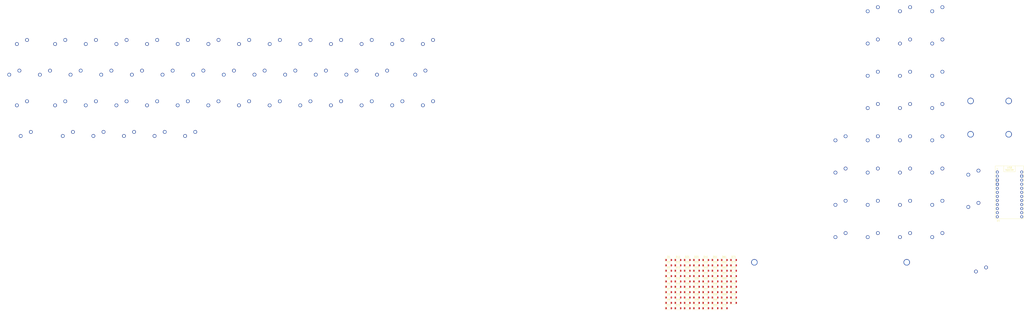
<source format=kicad_pcb>
(kicad_pcb (version 20221018) (generator pcbnew)
  (layers (0 "F.Cu" signal) (31 "B.Cu" signal) (34 "B.Paste" user) (35 "F.Paste" user) (36 "B.SilkS" user "B.Silkscreen") (37 "F.SilkS" user "F.Silkscreen") (38 "B.Mask" user) (39 "F.Mask" user) (44 "Edge.Cuts" user))
  (net 0 "")
  (net 1 "Net-(D1-K)")
  (net 2 "Net-(D1-A)")
  (net 3 "Net-(D2-A)")
  (net 4 "Net-(D3-A)")
  (net 5 "Net-(D4-A)")
  (net 6 "Net-(D5-A)")
  (net 7 "Net-(D6-A)")
  (net 8 "Net-(D7-A)")
  (net 9 "Net-(D8-A)")
  (net 10 "Net-(D9-A)")
  (net 11 "Net-(D10-A)")
  (net 12 "Net-(D11-A)")
  (net 13 "Net-(D12-A)")
  (net 14 "Net-(D13-A)")
  (net 15 "Net-(D14-A)")
  (net 16 "Net-(D15-K)")
  (net 17 "Net-(D15-A)")
  (net 18 "Net-(D16-A)")
  (net 19 "Net-(D17-A)")
  (net 20 "Net-(D18-A)")
  (net 21 "Net-(D19-A)")
  (net 22 "Net-(D20-A)")
  (net 23 "Net-(D21-A)")
  (net 24 "Net-(D22-A)")
  (net 25 "Net-(D23-A)")
  (net 26 "Net-(D24-A)")
  (net 27 "Net-(D25-A)")
  (net 28 "Net-(D26-A)")
  (net 29 "Net-(D27-A)")
  (net 30 "Net-(D28-A)")
  (net 31 "Net-(D29-K)")
  (net 32 "Net-(D29-A)")
  (net 33 "Net-(D30-A)")
  (net 34 "Net-(D31-A)")
  (net 35 "Net-(D32-A)")
  (net 36 "Net-(D33-A)")
  (net 37 "Net-(D34-A)")
  (net 38 "Net-(D35-A)")
  (net 39 "Net-(D36-A)")
  (net 40 "Net-(D37-A)")
  (net 41 "Net-(D38-A)")
  (net 42 "Net-(D39-A)")
  (net 43 "Net-(D40-A)")
  (net 44 "Net-(D41-A)")
  (net 45 "Net-(D42-A)")
  (net 46 "Net-(D43-K)")
  (net 47 "Net-(D43-A)")
  (net 48 "Net-(D44-A)")
  (net 49 "Net-(D45-A)")
  (net 50 "Net-(D46-A)")
  (net 51 "Net-(D47-A)")
  (net 52 "Net-(D48-A)")
  (net 53 "Net-(D49-A)")
  (net 54 "Net-(D50-A)")
  (net 55 "Net-(D51-A)")
  (net 56 "Net-(D52-A)")
  (net 57 "Net-(D53-A)")
  (net 58 "Net-(D54-A)")
  (net 59 "Net-(D55-A)")
  (net 60 "Net-(D56-K)")
  (net 61 "Net-(D56-A)")
  (net 62 "Net-(D57-A)")
  (net 63 "Net-(D58-A)")
  (net 64 "Net-(D59-A)")
  (net 65 "Net-(D60-A)")
  (net 66 "Net-(D61-A)")
  (net 67 "Net-(D62-A)")
  (net 68 "Net-(D63-A)")
  (net 69 "Net-(D64-A)")
  (net 70 "Net-(D65-A)")
  (net 71 "Net-(D66-A)")
  (net 72 "Net-(D67-A)")
  (net 73 "Net-(D68-A)")
  (net 74 "Net-(D69-K)")
  (net 75 "Net-(D69-A)")
  (net 76 "Net-(D70-A)")
  (net 77 "Net-(D71-A)")
  (net 78 "Net-(D72-A)")
  (net 79 "Net-(D73-A)")
  (net 80 "Net-(D74-A)")
  (net 81 "Net-(D75-A)")
  (net 82 "Net-(D76-A)")
  (net 83 "Net-(D77-A)")
  (net 84 "Net-(D78-A)")
  (net 85 "Net-(D79-A)")
  (net 86 "Net-(MX1-Pad1)")
  (net 87 "Net-(MX16-Pad1)")
  (net 88 "Net-(MX17-Pad1)")
  (net 89 "Net-(MX18-Pad1)")
  (net 90 "Net-(MX19-Pad1)")
  (net 91 "Net-(MX20-Pad1)")
  (net 92 "Net-(MX21-Pad1)")
  (net 93 "Net-(MX22-Pad1)")
  (net 94 "Net-(MX23-Pad1)")
  (net 95 "Net-(MX10-Pad1)")
  (net 96 "Net-(MX11-Pad1)")
  (net 97 "Net-(MX12-Pad1)")
  (net 98 "Net-(MX13-Pad1)")
  (net 99 "Net-(MX14-Pad1)")
  (footprint "Diode_SMD:D_SOD-123" (layer "F.Cu") (at 441.774633 195.922914)
    (fp_text reference "D10" (at 0 -2) (layer "F.SilkS"))
    (fp_text value "D_Small")
    (pad "1" smd roundrect (at -1.65 0) (size 0.9 1.2) (layers "F.Cu" "F.Paste" "F.Mask") (net 1 "Net-(D1-K)"))
    (pad "2" smd roundrect (at 1.65 0) (size 0.9 1.2) (layers "F.Cu" "F.Paste" "F.Mask") (net 11 "Net-(D10-A)"))
  )
  (footprint "PCM_marbastlib-mx:SW_MX_1u" (layer "F.Cu") (at 119.439189 71.635571)
    (fp_text reference "MX33" hide)
    (fp_text value "MX_SW_solder" hide)
    (pad "" np_thru_hole circle (at -5.08 0) (size 1.75 1.75) (drill 1.75) (layers "*.Cu" "*.Mask"))
    (pad "" np_thru_hole circle (at 0 0) (size 3.9878 3.9878) (drill 3.9878) (layers "*.Cu" "*.Mask"))
    (pad "" np_thru_hole circle (at 5.08 0) (size 1.75 1.75) (drill 1.75) (layers "*.Cu" "*.Mask"))
    (pad "1" thru_hole circle (at -3.81 -2.54) (size 2.3 2.3) (drill 1.524) (layers "*.Cu" "B.Mask") (net 90 "Net-(MX19-Pad1)"))
    (pad "2" thru_hole circle (at 2.54 -5.08) (size 2.3 2.3) (drill 1.524) (layers "*.Cu" "B.Mask") (net 36 "Net-(D33-A)"))
  )
  (footprint "Diode_SMD:D_SOD-123" (layer "F.Cu") (at 476.544633 182.522914)
    (fp_text reference "D66" (at 0 -2) (layer "F.SilkS"))
    (fp_text value "D_Small")
    (pad "1" smd roundrect (at -1.65 0) (size 0.9 1.2) (layers "F.Cu" "F.Paste" "F.Mask") (net 60 "Net-(D56-K)"))
    (pad "2" smd roundrect (at 1.65 0) (size 0.9 1.2) (layers "F.Cu" "F.Paste" "F.Mask") (net 71 "Net-(D66-A)"))
  )
  (footprint "PCM_marbastlib-mx:SW_MX_1u" (layer "F.Cu") (at 549.789633 113.672914)
    (fp_text reference "MX50" hide)
    (fp_text value "MX_SW_solder" hide)
    (pad "" np_thru_hole circle (at -5.08 0) (size 1.75 1.75) (drill 1.75) (layers "*.Cu" "*.Mask"))
    (pad "" np_thru_hole circle (at 0 0) (size 3.9878 3.9878) (drill 3.9878) (layers "*.Cu" "*.Mask"))
    (pad "" np_thru_hole circle (at 5.08 0) (size 1.75 1.75) (drill 1.75) (layers "*.Cu" "*.Mask"))
    (pad "1" thru_hole circle (at -3.81 -2.54) (size 2.3 2.3) (drill 1.524) (layers "*.Cu" "B.Mask") (net 93 "Net-(MX22-Pad1)"))
    (pad "2" thru_hole circle (at 2.54 -5.08) (size 2.3 2.3) (drill 1.524) (layers "*.Cu" "B.Mask") (net 54 "Net-(D50-A)"))
  )
  (footprint "Diode_SMD:D_SOD-123" (layer "F.Cu") (at 459.159633 195.922914)
    (fp_text reference "D40" (at 0 -2) (layer "F.SilkS"))
    (fp_text value "D_Small")
    (pad "1" smd roundrect (at -1.65 0) (size 0.9 1.2) (layers "F.Cu" "F.Paste" "F.Mask") (net 31 "Net-(D29-K)"))
    (pad "2" smd roundrect (at 1.65 0) (size 0.9 1.2) (layers "F.Cu" "F.Paste" "F.Mask") (net 43 "Net-(D40-A)"))
  )
  (footprint "PCM_marbastlib-mx:SW_MX_1u" (layer "F.Cu") (at 610.299633 73.332914)
    (fp_text reference "MX75" hide)
    (fp_text value "MX_SW_solder" hide)
    (pad "" np_thru_hole circle (at -5.08 0) (size 1.75 1.75) (drill 1.75) (layers "*.Cu" "*.Mask"))
    (pad "" np_thru_hole circle (at 0 0) (size 3.9878 3.9878) (drill 3.9878) (layers "*.Cu" "*.Mask"))
    (pad "" np_thru_hole circle (at 5.08 0) (size 1.75 1.75) (drill 1.75) (layers "*.Cu" "*.Mask"))
    (pad "1" thru_hole circle (at -3.81 -2.54) (size 2.3 2.3) (drill 1.524) (layers "*.Cu" "B.Mask") (net 94 "Net-(MX23-Pad1)"))
    (pad "2" thru_hole circle (at 2.54 -5.08) (size 2.3 2.3) (drill 1.524) (layers "*.Cu" "B.Mask") (net 81 "Net-(D75-A)"))
  )
  (footprint "Diode_SMD:D_SOD-123" (layer "F.Cu") (at 476.544633 165.772914)
    (fp_text reference "D61" (at 0 -2) (layer "F.SilkS"))
    (fp_text value "D_Small")
    (pad "1" smd roundrect (at -1.65 0) (size 0.9 1.2) (layers "F.Cu" "F.Paste" "F.Mask") (net 60 "Net-(D56-K)"))
    (pad "2" smd roundrect (at 1.65 0) (size 0.9 1.2) (layers "F.Cu" "F.Paste" "F.Mask") (net 66 "Net-(D61-A)"))
  )
  (footprint "PCM_marbastlib-mx:SW_MX_1.5u" (layer "F.Cu") (at 287.117628 52.456128)
    (fp_text reference "MX28" hide)
    (fp_text value "MX_SW_solder" hide)
    (pad "" np_thru_hole circle (at -5.08 0) (size 1.75 1.75) (drill 1.75) (layers "*.Cu" "*.Mask"))
    (pad "" np_thru_hole circle (at 0 0) (size 3.9878 3.9878) (drill 3.9878) (layers "*.Cu" "*.Mask"))
    (pad "" np_thru_hole circle (at 5.08 0) (size 1.75 1.75) (drill 1.75) (layers "*.Cu" "*.Mask"))
    (pad "1" thru_hole circle (at -3.81 -2.54) (size 2.3 2.3) (drill 1.524) (layers "*.Cu" "B.Mask") (net 99 "Net-(MX14-Pad1)"))
    (pad "2" thru_hole circle (at 2.54 -5.08) (size 2.3 2.3) (drill 1.524) (layers "*.Cu" "B.Mask") (net 30 "Net-(D28-A)"))
  )
  (footprint "Diode_SMD:D_SOD-123" (layer "F.Cu") (at 441.774633 172.472914)
    (fp_text reference "D3" (at 0 -2) (layer "F.SilkS"))
    (fp_text value "D_Small")
    (pad "1" smd roundrect (at -1.65 0) (size 0.9 1.2) (layers "F.Cu" "F.Paste" "F.Mask") (net 1 "Net-(D1-K)"))
    (pad "2" smd roundrect (at 1.65 0) (size 0.9 1.2) (layers "F.Cu" "F.Paste" "F.Mask") (net 4 "Net-(D3-A)"))
  )
  (footprint "Diode_SMD:D_SOD-123" (layer "F.Cu") (at 441.774633 185.872914)
    (fp_text reference "D7" (at 0 -2) (layer "F.SilkS"))
    (fp_text value "D_Small")
    (pad "1" smd roundrect (at -1.65 0) (size 0.9 1.2) (layers "F.Cu" "F.Paste" "F.Mask") (net 1 "Net-(D1-K)"))
    (pad "2" smd roundrect (at 1.65 0) (size 0.9 1.2) (layers "F.Cu" "F.Paste" "F.Mask") (net 8 "Net-(D7-A)"))
  )
  (footprint "PCM_marbastlib-mx:SW_MX_1.5u" (layer "F.Cu") (at 38.076575 33.305584)
    (fp_text reference "MX1" hide)
    (fp_text value "MX_SW_solder" hide)
    (pad "" np_thru_hole circle (at -5.08 0) (size 1.75 1.75) (drill 1.75) (layers "*.Cu" "*.Mask"))
    (pad "" np_thru_hole circle (at 0 0) (size 3.9878 3.9878) (drill 3.9878) (layers "*.Cu" "*.Mask"))
    (pad "" np_thru_hole circle (at 5.08 0) (size 1.75 1.75) (drill 1.75) (layers "*.Cu" "*.Mask"))
    (pad "1" thru_hole circle (at -3.81 -2.54) (size 2.3 2.3) (drill 1.524) (layers "*.Cu" "B.Mask") (net 86 "Net-(MX1-Pad1)"))
    (pad "2" thru_hole circle (at 2.54 -5.08) (size 2.3 2.3) (drill 1.524) (layers "*.Cu" "B.Mask") (net 2 "Net-(D1-A)"))
  )
  (footprint "Diode_SMD:D_SOD-123" (layer "F.Cu") (at 447.569633 179.172914)
    (fp_text reference "D15" (at 0 -2) (layer "F.SilkS"))
    (fp_text value "D_Small")
    (pad "1" smd roundrect (at -1.65 0) (size 0.9 1.2) (layers "F.Cu" "F.Paste" "F.Mask") (net 16 "Net-(D15-K)"))
    (pad "2" smd roundrect (at 1.65 0) (size 0.9 1.2) (layers "F.Cu" "F.Paste" "F.Mask") (net 17 "Net-(D15-A)"))
  )
  (footprint "Diode_SMD:D_SOD-123" (layer "F.Cu") (at 459.159633 172.472914)
    (fp_text reference "D33" (at 0 -2) (layer "F.SilkS"))
    (fp_text value "D_Small")
    (pad "1" smd roundrect (at -1.65 0) (size 0.9 1.2) (layers "F.Cu" "F.Paste" "F.Mask") (net 31 "Net-(D29-K)"))
    (pad "2" smd roundrect (at 1.65 0) (size 0.9 1.2) (layers "F.Cu" "F.Paste" "F.Mask") (net 36 "Net-(D33-A)"))
  )
  (footprint "PCM_marbastlib-mx:SW_MX_1u" (layer "F.Cu") (at 549.789633 93.502914)
    (fp_text reference "MX49" hide)
    (fp_text value "MX_SW_solder" hide)
    (pad "" np_thru_hole circle (at -5.08 0) (size 1.75 1.75) (drill 1.75) (layers "*.Cu" "*.Mask"))
    (pad "" np_thru_hole circle (at 0 0) (size 3.9878 3.9878) (drill 3.9878) (layers "*.Cu" "*.Mask"))
    (pad "" np_thru_hole circle (at 5.08 0) (size 1.75 1.75) (drill 1.75) (layers "*.Cu" "*.Mask"))
    (pad "1" thru_hole circle (at -3.81 -2.54) (size 2.3 2.3) (drill 1.524) (layers "*.Cu" "B.Mask") (net 92 "Net-(MX21-Pad1)"))
    (pad "2" thru_hole circle (at 2.54 -5.08) (size 2.3 2.3) (drill 1.524) (layers "*.Cu" "B.Mask") (net 53 "Net-(D49-A)"))
  )
  (footprint "Diode_SMD:D_SOD-123" (layer "F.Cu") (at 447.569633 165.772914)
    (fp_text reference "D11" (at 0 -2) (layer "F.SilkS"))
    (fp_text value "D_Small")
    (pad "1" smd roundrect (at -1.65 0) (size 0.9 1.2) (layers "F.Cu" "F.Paste" "F.Mask") (net 1 "Net-(D1-K)"))
    (pad "2" smd roundrect (at 1.65 0) (size 0.9 1.2) (layers "F.Cu" "F.Paste" "F.Mask") (net 12 "Net-(D11-A)"))
  )
  (footprint "PCM_marbastlib-mx:SW_MX_1u" (layer "F.Cu") (at 71.636209 52.468702)
    (fp_text reference "MX17" hide)
    (fp_text value "MX_SW_solder" hide)
    (pad "" np_thru_hole circle (at -5.08 0) (size 1.75 1.75) (drill 1.75) (layers "*.Cu" "*.Mask"))
    (pad "" np_thru_hole circle (at 0 0) (size 3.9878 3.9878) (drill 3.9878) (layers "*.Cu" "*.Mask"))
    (pad "" np_thru_hole circle (at 5.08 0) (size 1.75 1.75) (drill 1.75) (layers "*.Cu" "*.Mask"))
    (pad "1" thru_hole circle (at -3.81 -2.54) (size 2.3 2.3) (drill 1.524) (layers "*.Cu" "B.Mask") (net 88 "Net-(MX17-Pad1)"))
    (pad "2" thru_hole circle (at 2.54 -5.08) (size 2.3 2.3) (drill 1.524) (layers "*.Cu" "B.Mask") (net 19 "Net-(D17-A)"))
  )
  (footprint "PCM_marbastlib-mx:SW_MX_1.75u" (layer "F.Cu") (at 40.466567 90.797068)
    (fp_text reference "MX43" hide)
    (fp_text value "MX_SW_solder" hide)
    (pad "" np_thru_hole circle (at -5.08 0) (size 1.75 1.75) (drill 1.75) (layers "*.Cu" "*.Mask"))
    (pad "" np_thru_hole circle (at 0 0) (size 3.9878 3.9878) (drill 3.9878) (layers "*.Cu" "*.Mask"))
    (pad "" np_thru_hole circle (at 5.08 0) (size 1.75 1.75) (drill 1.75) (layers "*.Cu" "*.Mask"))
    (pad "1" thru_hole circle (at -3.81 -2.54) (size 2.3 2.3) (drill 1.524) (layers "*.Cu" "B.Mask") (net 86 "Net-(MX1-Pad1)"))
    (pad "2" thru_hole circle (at 2.54 -5.08) (size 2.3 2.3) (drill 1.524) (layers "*.Cu" "B.Mask") (net 47 "Net-(D43-A)"))
  )
  (footprint "PCM_marbastlib-mx:SW_MX_1u" (layer "F.Cu") (at 143.255905 90.769835)
    (fp_text reference "MX48" hide)
    (fp_text value "MX_SW_solder" hide)
    (pad "" np_thru_hole circle (at -5.08 0) (size 1.75 1.75) (drill 1.75) (layers "*.Cu" "*.Mask"))
    (pad "" np_thru_hole circle (at 0 0) (size 3.9878 3.9878) (drill 3.9878) (layers "*.Cu" "*.Mask"))
    (pad "" np_thru_hole circle (at 5.08 0) (size 1.75 1.75) (drill 1.75) (layers "*.Cu" "*.Mask"))
    (pad "1" thru_hole circle (at -3.81 -2.54) (size 2.3 2.3) (drill 1.524) (layers "*.Cu" "B.Mask") (net 91 "Net-(MX20-Pad1)"))
    (pad "2" thru_hole circle (at 2.54 -5.08) (size 2.3 2.3) (drill 1.524) (layers "*.Cu" "B.Mask") (net 52 "Net-(D48-A)"))
  )
  (footprint "Diode_SMD:D_SOD-123" (layer "F.Cu") (at 464.954633 185.872914)
    (fp_text reference "D47" (at 0 -2) (layer "F.SilkS"))
    (fp_text value "D_Small")
    (pad "1" smd roundrect (at -1.65 0) (size 0.9 1.2) (layers "F.Cu" "F.Paste" "F.Mask") (net 46 "Net-(D43-K)"))
    (pad "2" smd roundrect (at 1.65 0) (size 0.9 1.2) (layers "F.Cu" "F.Paste" "F.Mask") (net 51 "Net-(D47-A)"))
  )
  (footprint "Diode_SMD:D_SOD-123" (layer "F.Cu") (at 453.364633 195.922914)
    (fp_text reference "D30" (at 0 -2) (layer "F.SilkS"))
    (fp_text value "D_Small")
    (pad "1" smd roundrect (at -1.65 0) (size 0.9 1.2) (layers "F.Cu" "F.Paste" "F.Mask") (net 31 "Net-(D29-K)"))
    (pad "2" smd roundrect (at 1.65 0) (size 0.9 1.2) (layers "F.Cu" "F.Paste" "F.Mask") (net 33 "Net-(D30-A)"))
  )
  (footprint "PCM_marbastlib-mx:SW_MX_1u" (layer "F.Cu") (at 61.979243 71.639144)
    (fp_text reference "MX30" hide)
    (fp_text value "MX_SW_solder" hide)
    (pad "" np_thru_hole circle (at -5.08 0) (size 1.75 1.75) (drill 1.75) (layers "*.Cu" "*.Mask"))
    (pad "" np_thru_hole circle (at 0 0) (size 3.9878 3.9878) (drill 3.9878) (layers "*.Cu" "*.Mask"))
    (pad "" np_thru_hole circle (at 5.08 0) (size 1.75 1.75) (drill 1.75) (layers "*.Cu" "*.Mask"))
    (pad "1" thru_hole circle (at -3.81 -2.54) (size 2.3 2.3) (drill 1.524) (layers "*.Cu" "B.Mask") (net 87 "Net-(MX16-Pad1)"))
    (pad "2" thru_hole circle (at 2.54 -5.08) (size 2.3 2.3) (drill 1.524) (layers "*.Cu" "B.Mask") (net 33 "Net-(D30-A)"))
  )
  (footprint "PCM_marbastlib-mx:SW_MX_1u" (layer "F.Cu") (at 590.129633 73.332914)
    (fp_text reference "MX65" hide)
    (fp_text value "MX_SW_solder" hide)
    (pad "" np_thru_hole circle (at -5.08 0) (size 1.75 1.75) (drill 1.75) (layers "*.Cu" "*.Mask"))
    (pad "" np_thru_hole circle (at 0 0) (size 3.9878 3.9878) (drill 3.9878) (layers "*.Cu" "*.Mask"))
    (pad "" np_thru_hole circle (at 5.08 0) (size 1.75 1.75) (drill 1.75) (layers "*.Cu" "*.Mask"))
    (pad "1" thru_hole circle (at -3.81 -2.54) (size 2.3 2.3) (drill 1.524) (layers "*.Cu" "B.Mask") (net 95 "Net-(MX10-Pad1)"))
    (pad "2" thru_hole circle (at 2.54 -5.08) (size 2.3 2.3) (drill 1.524) (layers "*.Cu" "B.Mask") (net 70 "Net-(D65-A)"))
  )
  (footprint "PCM_marbastlib-mx:STAB_MX_P_6u" (layer "F.Cu") (at 542.924633 174.182914)
    (fp_text reference "S3" hide)
    (fp_text value "MX_stab")
    (pad "" thru_hole circle (at -47.625 -6.985) (size 4 4) (drill 3.048) (layers "*.Cu" "B.Mask"))
    (pad "" np_thru_hole circle (at -47.625 8.255) (size 3.9878 3.9878) (drill 3.9878) (layers "*.Cu" "*.Mask"))
    (pad "" thru_hole circle (at 47.625 -6.985) (size 4 4) (drill 3.048) (layers "*.Cu" "B.Mask"))
    (pad "" np_thru_hole circle (at 47.625 8.255) (size 3.9878 3.9878) (drill 3.9878) (layers "*.Cu" "*.Mask"))
  )
  (footprint "PCM_marbastlib-mx:SW_MX_1u" (layer "F.Cu") (at 176.971452 33.30016)
    (fp_text reference "MX8" hide)
    (fp_text value "MX_SW_solder" hide)
    (pad "" np_thru_hole circle (at -5.08 0) (size 1.75 1.75) (drill 1.75) (layers "*.Cu" "*.Mask"))
    (pad "" np_thru_hole circle (at 0 0) (size 3.9878 3.9878) (drill 3.9878) (layers "*.Cu" "*.Mask"))
    (pad "" np_thru_hole circle (at 5.08 0) (size 1.75 1.75) (drill 1.75) (layers "*.Cu" "*.Mask"))
    (pad "1" thru_hole circle (at -3.81 -2.54) (size 2.3 2.3) (drill 1.524) (layers "*.Cu" "B.Mask") (net 93 "Net-(MX22-Pad1)"))
    (pad "2" thru_hole circle (at 2.54 -5.08) (size 2.3 2.3) (drill 1.524) (layers "*.Cu" "B.Mask") (net 9 "Net-(D8-A)"))
  )
  (footprint "Diode_SMD:D_SOD-123" (layer "F.Cu") (at 441.774633 175.822914)
    (fp_text reference "D4" (at 0 -2) (layer "F.SilkS"))
    (fp_text value "D_Small")
    (pad "1" smd roundrect (at -1.65 0) (size 0.9 1.2) (layers "F.Cu" "F.Paste" "F.Mask") (net 1 "Net-(D1-K)"))
    (pad "2" smd roundrect (at 1.65 0) (size 0.9 1.2) (layers "F.Cu" "F.Paste" "F.Mask") (net 5 "Net-(D4-A)"))
  )
  (footprint "PCM_marbastlib-mx:SW_MX_1u" (layer "F.Cu") (at 224.925326 52.457139)
    (fp_text reference "MX25" hide)
    (fp_text value "MX_SW_solder" hide)
    (pad "" np_thru_hole circle (at -5.08 0) (size 1.75 1.75) (drill 1.75) (layers "*.Cu" "*.Mask"))
    (pad "" np_thru_hole circle (at 0 0) (size 3.9878 3.9878) (drill 3.9878) (layers "*.Cu" "*.Mask"))
    (pad "" np_thru_hole circle (at 5.08 0) (size 1.75 1.75) (drill 1.75) (layers "*.Cu" "*.Mask"))
    (pad "1" thru_hole circle (at -3.81 -2.54) (size 2.3 2.3) (drill 1.524) (layers "*.Cu" "B.Mask") (net 96 "Net-(MX11-Pad1)"))
    (pad "2" thru_hole circle (at 2.54 -5.08) (size 2.3 2.3) (drill 1.524) (layers "*.Cu" "B.Mask") (net 27 "Net-(D25-A)"))
  )
  (footprint "PCM_marbastlib-mx:SW_MX_1u" (layer "F.Cu") (at 138.599189 71.624132)
    (fp_text reference "MX34" hide)
    (fp_text value "MX_SW_solder" hide)
    (pad "" np_thru_hole circle (at -5.08 0) (size 1.75 1.75) (drill 1.75) (layers "*.Cu" "*.Mask"))
    (pad "" np_thru_hole circle (at 0 0) (size 3.9878 3.9878) (drill 3.9878) (layers "*.Cu" "*.Mask"))
    (pad "" np_thru_hole circle (at 5.08 0) (size 1.75 1.75) (drill 1.75) (layers "*.Cu" "*.Mask"))
    (pad "1" thru_hole circle (at -3.81 -2.54) (size 2.3 2.3) (drill 1.524) (layers "*.Cu" "B.Mask") (net 91 "Net-(MX20-Pad1)"))
    (pad "2" thru_hole circle (at 2.54 -5.08) (size 2.3 2.3) (drill 1.524) (layers "*.Cu" "B.Mask") (net 37 "Net-(D34-A)"))
  )
  (footprint "Diode_SMD:D_SOD-123" (layer "F.Cu") (at 447.569633 192.572914)
    (fp_text reference "D19" (at 0 -2) (layer "F.SilkS"))
    (fp_text value "D_Small")
    (pad "1" smd roundrect (at -1.65 0) (size 0.9 1.2) (layers "F.Cu" "F.Paste" "F.Mask") (net 16 "Net-(D15-K)"))
    (pad "2" smd roundrect (at 1.65 0) (size 0.9 1.2) (layers "F.Cu" "F.Paste" "F.Mask") (net 21 "Net-(D19-A)"))
  )
  (footprint "Diode_SMD:D_SOD-123" (layer "F.Cu") (at 470.749633 165.772914)
    (fp_text reference "D51" (at 0 -2) (layer "F.SilkS"))
    (fp_text value "D_Small")
    (pad "1" smd roundrect (at -1.65 0) (size 0.9 1.2) (layers "F.Cu" "F.Paste" "F.Mask") (net 46 "Net-(D43-K)"))
    (pad "2" smd roundrect (at 1.65 0) (size 0.9 1.2) (layers "F.Cu" "F.Paste" "F.Mask") (net 55 "Net-(D51-A)"))
  )
  (footprint "Diode_SMD:D_SOD-123" (layer "F.Cu") (at 470.749633 182.522914)
    (fp_text reference "D56" (at 0 -2) (layer "F.SilkS"))
    (fp_text value "D_Small")
    (pad "1" smd roundrect (at -1.65 0) (size 0.9 1.2) (layers "F.Cu" "F.Paste" "F.Mask") (net 60 "Net-(D56-K)"))
    (pad "2" smd roundrect (at 1.65 0) (size 0.9 1.2) (layers "F.Cu" "F.Paste" "F.Mask") (net 61 "Net-(D56-A)"))
  )
  (footprint "PCM_marbastlib-mx:SW_MX_1u" (layer "F.Cu") (at 569.959633 53.162914)
    (fp_text reference "MX56" hide)
    (fp_text value "MX_SW_solder" hide)
    (pad "" np_thru_hole circle (at -5.08 0) (size 1.75 1.75) (drill 1.75) (layers "*.Cu" "*.Mask"))
    (pad "" np_thru_hole circle (at 0 0) (size 3.9878 3.9878) (drill 3.9878) (layers "*.Cu" "*.Mask"))
    (pad "" np_thru_hole circle (at 5.08 0) (size 1.75 1.75) (drill 1.75) (layers "*.Cu" "*.Mask"))
    (pad "1" thru_hole circle (at -3.81 -2.54) (size 2.3 2.3) (drill 1.524) (layers "*.Cu" "B.Mask") (net 86 "Net-(MX1-Pad1)"))
    (pad "2" thru_hole circle (at 2.54 -5.08) (size 2.3 2.3) (drill 1.524) (layers "*.Cu" "B.Mask") (net 61 "Net-(D56-A)"))
  )
  (footprint "PCM_marbastlib-mx:SW_MX_1u" (layer "F.Cu") (at 590.129633 12.822914)
    (fp_text reference "MX62" hide)
    (fp_text value "MX_SW_solder" hide)
    (pad "" np_thru_hole circle (at -5.08 0) (size 1.75 1.75) (drill 1.75) (layers "*.Cu" "*.Mask"))
    (pad "" np_thru_hole circle (at 0 0) (size 3.9878 3.9878) (drill 3.9878) (layers "*.Cu" "*.Mask"))
    (pad "" np_thru_hole circle (at 5.08 0) (size 1.75 1.75) (drill 1.75) (layers "*.Cu" "*.Mask"))
    (pad "1" thru_hole circle (at -3.81 -2.54) (size 2.3 2.3) (drill 1.524) (layers "*.Cu" "B.Mask") (net 92 "Net-(MX21-Pad1)"))
    (pad "2" thru_hole circle (at 2.54 -5.08) (size 2.3 2.3) (drill 1.524) (layers "*.Cu" "B.Mask") (net 67 "Net-(D62-A)"))
  )
  (footprint "PCM_marbastlib-mx:SW_MX_1.25u" (layer "F.Cu") (at 632.850883 135.162914)
    (fp_text reference "MX74" hide)
    (fp_text value "MX_SW_solder" hide)
    (pad "" np_thru_hole circle (at -5.08 0) (size 1.75 1.75) (drill 1.75) (layers "*.Cu" "*.Mask"))
    (pad "" np_thru_hole circle (at 0 0) (size 3.9878 3.9878) (drill 3.9878) (layers "*.Cu" "*.Mask"))
    (pad "" np_thru_hole circle (at 5.08 0) (size 1.75 1.75) (drill 1.75) (layers "*.Cu" "*.Mask"))
    (pad "1" thru_hole circle (at -3.81 -2.54) (size 2.3 2.3) (drill 1.524) (layers "*.Cu" "B.Mask") (net 93 "Net-(MX22-Pad1)"))
    (pad "2" thru_hole circle (at 2.54 -5.08) (size 2.3 2.3) (drill 1.524) (layers "*.Cu" "B.Mask") (net 80 "Net-(D74-A)"))
  )
  (footprint "Diode_SMD:D_SOD-123" (layer "F.Cu") (at 470.749633 189.222914)
    (fp_text reference "D58" (at 0 -2) (layer "F.SilkS"))
    (fp_text value "D_Small")
    (pad "1" smd roundrect (at -1.65 0) (size 0.9 1.2) (layers "F.Cu" "F.Paste" "F.Mask") (net 60 "Net-(D56-K)"))
    (pad "2" smd roundrect (at 1.65 0) (size 0.9 1.2) (layers "F.Cu" "F.Paste" "F.Mask") (net 63 "Net-(D58-A)"))
  )
  (footprint "PCM_marbastlib-mx:SW_MX_1u" (layer "F.Cu") (at 569.959633 154.012914)
    (fp_text reference "MX61" hide)
    (fp_text value "MX_SW_solder" hide)
    (pad "" np_thru_hole circle (at -5.08 0) (size 1.75 1.75) (drill 1.75) (layers "*.Cu" "*.Mask"))
    (pad "" np_thru_hole circle (at 0 0) (size 3.9878 3.9878) (drill 3.9878) (layers "*.Cu" "*.Mask"))
    (pad "" np_thru_hole circle (at 5.08 0) (size 1.75 1.75) (drill 1.75) (layers "*.Cu" "*.Mask"))
    (pad "1" thru_hole circle (at -3.81 -2.54) (size 2.3 2.3) (drill 1.524) (layers "*.Cu" "B.Mask") (net 91 "Net-(MX20-Pad1)"))
    (pad "2" thru_hole circle (at 2.54 -5.08) (size 2.3 2.3) (drill 1.524) (layers "*.Cu" "B.Mask") (net 66 "Net-(D61-A)"))
  )
  (footprint "Diode_SMD:D_SOD-123" (layer "F.Cu") (at 464.954633 172.472914)
    (fp_text reference "D43" (at 0 -2) (layer "F.SilkS"))
    (fp_text value "D_Small")
    (pad "1" smd roundrect (at -1.65 0) (size 0.9 1.2) (layers "F.Cu" "F.Paste" "F.Mask") (net 46 "Net-(D43-K)"))
    (pad "2" smd roundrect (at 1.65 0) (size 0.9 1.2) (layers "F.Cu" "F.Paste" "F.Mask") (net 47 "Net-(D43-A)"))
  )
  (footprint "PCM_marbastlib-mx:STAB_MX_P_2.25u" (layer "F.Cu") (at 642.375883 94.166814)
    (fp_text reference "S2" hide)
    (fp_text value "MX_stab")
    (pad "" thru_hole circle (at -11.90625 -6.985) (size 4 4) (drill 3.048) (layers "*.Cu" "B.Mask"))
    (pad "" np_thru_hole circle (at -11.90625 8.255) (size 3.9878 3.9878) (drill 3.9878) (layers "*.Cu" "*.Mask"))
    (pad "" thru_hole circle (at 11.90625 -6.985) (size 4 4) (drill 3.048) (layers "*.Cu" "B.Mask"))
    (pad "" np_thru_hole circle (at 11.90625 8.255) (size 3.9878 3.9878) (drill 3.9878) (layers "*.Cu" "*.Mask"))
  )
  (footprint "PCM_marbastlib-mx:SW_MX_1u" (layer "F.Cu") (at 109.972515 52.464468)
    (fp_text reference "MX19" hide)
    (fp_text value "MX_SW_solder" hide)
    (pad "" np_thru_hole circle (at -5.08 0) (size 1.75 1.75) (drill 1.75) (layers "*.Cu" "*.Mask"))
    (pad "" np_thru_hole circle (at 0 0) (size 3.9878 3.9878) (drill 3.9878) (layers "*.Cu" "*.Mask"))
    (pad "" np_thru_hole circle (at 5.08 0) (size 1.75 1.75) (drill 1.75) (layers "*.Cu" "*.Mask"))
    (pad "1" thru_hole circle (at -3.81 -2.54) (size 2.3 2.3) (drill 1.524) (layers "*.Cu" "B.Mask") (net 90 "Net-(MX19-Pad1)"))
    (pad "2" thru_hole circle (at 2.54 -5.08) (size 2.3 2.3) (drill 1.524) (layers "*.Cu" "B.Mask") (net 21 "Net-(D19-A)"))
  )
  (footprint "PCM_marbastlib-mx:SW_MX_1u" (layer "F.Cu") (at 610.299633 133.842914)
    (fp_text reference "MX78" hide)
    (fp_text value "MX_SW_solder" hide)
    (pad "" np_thru_hole circle (at -5.08 0) (size 1.75 1.75) (drill 1.75) (layers "*.Cu" "*.Mask"))
    (pad "" np_thru_hole circle (at 0 0) (size 3.9878 3.9878) (drill 3.9878) (layers "*.Cu" "*.Mask"))
    (pad "" np_thru_hole circle (at 5.08 0) (size 1.75 1.75) (drill 1.75) (layers "*.Cu" "*.Mask"))
    (pad "1" thru_hole circle (at -3.81 -2.54) (size 2.3 2.3) (drill 1.524) (layers "*.Cu" "B.Mask") (net 97 "Net-(MX12-Pad1)"))
    (pad "2" thru_hole circle (at 2.54 -5.08) (size 2.3 2.3) (drill 1.524) (layers "*.Cu" "B.Mask") (net 84 "Net-(D78-A)"))
  )
  (footprint "Diode_SMD:D_SOD-123" (layer "F.Cu") (at 482.339633 192.572914)
    (fp_text reference "D79" (at 0 -2) (layer "F.SilkS"))
    (fp_text value "D_Small")
    (pad "1" smd roundrect (at -1.65 0) (size 0.9 1.2) (layers "F.Cu" "F.Paste" "F.Mask") (net 74 "Net-(D69-K)"))
    (pad "2" smd roundrect (at 1.65 0) (size 0.9 1.2) (layers "F.Cu" "F.Paste" "F.Mask") (net 85 "Net-(D79-A)"))
  )
  (footprint "PCM_marbastlib-mx:SW_MX_1u" (layer "F.Cu") (at 100.302081 71.637493)
    (fp_text reference "MX32" hide)
    (fp_text value "MX_SW_solder" hide)
    (pad "" np_thru_hole circle (at -5.08 0) (size 1.75 1.75) (drill 1.75) (layers "*.Cu" "*.Mask"))
    (pad "" np_thru_hole circle (at 0 0) (size 3.9878 3.9878) (drill 3.9878) (layers "*.Cu" "*.Mask"))
    (pad "" np_thru_hole circle (at 5.08 0) (size 1.75 1.75) (drill 1.75) (layers "*.Cu" "*.Mask"))
    (pad "1" thru_hole circle (at -3.81 -2.54) (size 2.3 2.3) (drill 1.524) (layers "*.Cu" "B.Mask") (net 89 "Net-(MX18-Pad1)"))
    (pad "2" thru_hole circle (at 2.54 -5.08) (size 2.3 2.3) (drill 1.524) (layers "*.Cu" "B.Mask") (net 35 "Net-(D32-A)"))
  )
  (footprint "PCM_marbastlib-mx:SW_MX_1u" (layer "F.Cu") (at 253.584225 71.624652)
    (fp_text reference "MX40" hide)
    (fp_text value "MX_SW_solder" hide)
    (pad "" np_thru_hole circle (at -5.08 0) (size 1.75 1.75) (drill 1.75) (layers "*.Cu" "*.Mask"))
    (pad "" np_thru_hole circle (at 0 0) (size 3.9878 3.9878) (drill 3.9878) (layers "*.Cu" "*.Mask"))
    (pad "" np_thru_hole circle (at 5.08 0) (size 1.75 1.75) (drill 1.75) (layers "*.Cu" "*.Mask"))
    (pad "1" thru_hole circle (at -3.81 -2.54) (size 2.3 2.3) (drill 1.524) (layers "*.Cu" "B.Mask") (net 97 "Net-(MX12-Pad1)"))
    (pad "2" thru_hole circle (at 2.54 -5.08) (size 2.3 2.3) (drill 1.524) (layers "*.Cu" "B.Mask") (net 43 "Net-(D40-A)"))
  )
  (footprint "PCM_marbastlib-mx:SW_MX_1u" (layer "F.Cu") (at 119.452883 33.299348)
    (fp_text reference "MX5" hide)
    (fp_text value "MX_SW_solder" hide)
    (pad "" np_thru_hole circle (at -5.08 0) (size 1.75 1.75) (drill 1.75) (layers "*.Cu" "*.Mask"))
    (pad "" np_thru_hole circle (at 0 0) (size 3.9878 3.9878) (drill 3.9878) (layers "*.Cu" "*.Mask"))
    (pad "" np_thru_hole circle (at 5.08 0) (size 1.75 1.75) (drill 1.75) (layers "*.Cu" "*.Mask"))
    (pad "1" thru_hole circle (at -3.81 -2.54) (size 2.3 2.3) (drill 1.524) (layers "*.Cu" "B.Mask") (net 90 "Net-(MX19-Pad1)"))
    (pad "2" thru_hole circle (at 2.54 -5.08) (size 2.3 2.3) (drill 1.524) (layers "*.Cu" "B.Mask") (net 6 "Net-(D5-A)"))
  )
  (footprint "PCM_marbastlib-mx:SW_MX_1u" (layer "F.Cu") (at 52.455408 52.478374)
    (fp_text reference "MX16" hide)
    (fp_text value "MX_SW_solder" hide)
    (pad "" np_thru_hole circle (at -5.08 0) (size 1.75 1.75) (drill 1.75) (layers "*.Cu" "*.Mask"))
    (pad "" np_thru_hole circle (at 0 0) (size 3.9878 3.9878) (drill 3.9878) (layers "*.Cu" "*.Mask"))
    (pad "" np_thru_hole circle (at 5.08 0) (size 1.75 1.75) (drill 1.75) (layers "*.Cu" "*.Mask"))
    (pad "1" thru_hole circle (at -3.81 -2.54) (size 2.3 2.3) (drill 1.524) (layers "*.Cu" "B.Mask") (net 87 "Net-(MX16-Pad1)"))
    (pad "2" thru_hole circle (at 2.54 -5.08) (size 2.3 2.3) (drill 1.524) (layers "*.Cu" "B.Mask") (net 18 "Net-(D16-A)"))
  )
  (footprint "PCM_marbastlib-mx:SW_MX_1u" (layer "F.Cu") (at 569.959633 12.822914)
    (fp_text reference "MX53" hide)
    (fp_text value "MX_SW_solder" hide)
    (pad "" np_thru_hole circle (at -5.08 0) (size 1.75 1.75) (drill 1.75) (layers "*.Cu" "*.Mask"))
    (pad "" np_thru_hole circle (at 0 0) (size 3.9878 3.9878) (drill 3.9878) (layers "*.Cu" "*.Mask"))
    (pad "" np_thru_hole circle (at 5.08 0) (size 1.75 1.75) (drill 1.75) (layers "*.Cu" "*.Mask"))
    (pad "1" thru_hole circle (at -3.81 -2.54) (size 2.3 2.3) (drill 1.524) (layers "*.Cu" "B.Mask") (net 96 "Net-(MX11-Pad1)"))
    (pad "2" thru_hole circle (at 2.54 -5.08) (size 2.3 2.3) (drill 1.524) (layers "*.Cu" "B.Mask") (net 57 "Net-(D53-A)"))
  )
  (footprint "PCM_marbastlib-mx:SW_MX_1u" (layer "F.Cu") (at 610.299633 154.012914)
    (fp_text reference "MX79" hide)
    (fp_text value "MX_SW_solder" hide)
    (pad "" np_thru_hole circle (at -5.08 0) (size 1.75 1.75) (drill 1.75) (layers "*.Cu" "*.Mask"))
    (pad "" np_thru_hole circle (at 0 0) (size 3.9878 3.9878) (drill 3.9878) (layers "*.Cu" "*.Mask"))
    (pad "" np_thru_hole circle (at 5.08 0) (size 1.75 1.75) (drill 1.75) (layers "*.Cu" "*.Mask"))
    (pad "1" thru_hole circle (at -3.81 -2.54) (size 2.3 2.3) (drill 1.524) (layers "*.Cu" "B.Mask") (net 98 "Net-(MX13-Pad1)"))
    (pad "2" thru_hole circle (at 2.54 -5.08) (size 2.3 2.3) (drill 1.524) (layers "*.Cu" "B.Mask") (net 85 "Net-(D79-A)"))
  )
  (footprint "Diode_SMD:D_SOD-123" (layer "F.Cu") (at 482.339633 169.122914)
    (fp_text reference "D72" (at 0 -2) (layer "F.SilkS"))
    (fp_text value "D_Small")
    (pad "1" smd roundrect (at -1.65 0) (size 0.9 1.2) (layers "F.Cu" "F.Paste" "F.Mask") (net 74 "Net-(D69-K)"))
    (pad "2" smd roundrect (at 1.65 0) (size 0.9 1.2) (layers "F.Cu" "F.Paste" "F.Mask") (net 78 "Net-(D72-A)"))
  )
  (footprint "Diode_SMD:D_SOD-123" (layer "F.Cu") (at 476.544633 169.122914)
    (fp_text reference "D62" (at 0 -2) (layer "F.SilkS"))
    (fp_text value "D_Small")
    (pad "1" smd roundrect (at -1.65 0) (size 0.9 1.2) (layers "F.Cu" "F.Paste" "F.Mask") (net 60 "Net-(D56-K)"))
    (pad "2" smd roundrect (at 1.65 0) (size 0.9 1.2) (layers "F.Cu" "F.Paste" "F.Mask") (net 67 "Net-(D62-A)"))
  )
  (footprint "PCM_marbastlib-mx:SW_MX_1u" (layer "F.Cu") (at 167.425607 52.465505)
    (fp_text reference "MX22" hide)
    (fp_text value "MX_SW_solder" hide)
    (pad "" np_thru_hole circle (at -5.08 0) (size 1.75 1.75) (drill 1.75) (layers "*.Cu" "*.Mask"))
    (pad "" np_thru_hole circle (at 0 0) (size 3.9878 3.9878) (drill 3.9878) (layers "*.Cu" "*.Mask"))
    (pad "" np_thru_hole circle (at 5.08 0) (size 1.75 1.75) (drill 1.75) (layers "*.Cu" "*.Mask"))
    (pad "1" thru_hole circle (at -3.81 -2.54) (size 2.3 2.3) (drill 1.524) (layers "*.Cu" "B.Mask") (net 93 "Net-(MX22-Pad1)"))
    (pad "2" thru_hole circle (at 2.54 -5.08) (size 2.3 2.3) (drill 1.524) (layers "*.Cu" "B.Mask") (net 24 "Net-(D22-A)"))
  )
  (footprint "PCM_marbastlib-mx:SW_MX_1u" (layer "F.Cu") (at 124.150621 90.774369)
    (fp_text reference "MX47" hide)
    (fp_text value "MX_SW_solder" hide)
    (pad "" np_thru_hole circle (at -5.08 0) (size 1.75 1.75) (drill 1.75) (layers "*.Cu" "*.Mask"))
    (pad "" np_thru_hole circle (at 0 0) (size 3.9878 3.9878) (drill 3.9878) (layers "*.Cu" "*.Mask"))
    (pad "" np_thru_hole circle (at 5.08 0) (size 1.75 1.75) (drill 1.75) (layers "*.Cu" "*.Mask"))
    (pad "1" thru_hole circle (at -3.81 -2.54) (size 2.3 2.3) (drill 1.524) (layers "*.Cu" "B.Mask") (net 90 "Net-(MX19-Pad1)"))
    (pad "2" thru_hole circle (at 2.54 -5.08) (size 2.3 2.3) (drill 1.524) (layers "*.Cu" "B.Mask") (net 51 "Net-(D47-A)"))
  )
  (footprint "Diode_SMD:D_SOD-123" (layer "F.Cu") (at 476.544633 179.172914)
    (fp_text reference "D65" (at 0 -2) (layer "F.SilkS"))
    (fp_text value "D_Small")
    (pad "1" smd roundrect (at -1.65 0) (size 0.9 1.2) (layers "F.Cu" "F.Paste" "F.Mask") (net 60 "Net-(D56-K)"))
    (pad "2" smd roundrect (at 1.65 0) (size 0.9 1.2) (layers "F.Cu" "F.Paste" "F.Mask") (net 70 "Net-(D65-A)"))
  )
  (footprint "Diode_SMD:D_SOD-123" (layer "F.Cu") (at 464.954633 195.922914)
    (fp_text reference "D50" (at 0 -2) (layer "F.SilkS"))
    (fp_text value "D_Small")
    (pad "1" smd roundrect (at -1.65 0) (size 0.9 1.2) (layers "F.Cu" "F.Paste" "F.Mask") (net 46 "Net-(D43-K)"))
    (pad "2" smd roundrect (at 1.65 0) (size 0.9 1.2) (layers "F.Cu" "F.Paste" "F.Mask") (net 54 "Net-(D50-A)"))
  )
  (footprint "Diode_SMD:D_SOD-123" (layer "F.Cu") (at 459.159633 179.172914)
    (fp_text reference "D35" (at 0 -2) (layer "F.SilkS"))
    (fp_text value "D_Small")
    (pad "1" smd roundrect (at -1.65 0) (size 0.9 1.2) (layers "F.Cu" "F.Paste" "F.Mask") (net 31 "Net-(D29-K)"))
    (pad "2" smd roundrect (at 1.65 0) (size 0.9 1.2) (layers "F.Cu" "F.Paste" "F.Mask") (net 38 "Net-(D35-A)"))
  )
  (footprint "PCM_marbastlib-mx:SW_MX_1.5u" (layer "F.Cu") (at 38.073997 71.627679)
    (fp_text reference "MX29" hide)
    (fp_text value "MX_SW_solder" hide)
    (pad "" np_thru_hole circle (at -5.08 0) (size 1.75 1.75) (drill 1.75) (layers "*.Cu" "*.Mask"))
    (pad "" np_thru_hole circle (at 0 0) (size 3.9878 3.9878) (drill 3.9878) (layers "*.Cu" "*.Mask"))
    (pad "" np_thru_hole circle (at 5.08 0) (size 1.75 1.75) (drill 1.75) (layers "*.Cu" "*.Mask"))
    (pad "1" thru_hole circle (at -3.81 -2.54) (size 2.3 2.3) (drill 1.524) (layers "*.Cu" "B.Mask") (net 86 "Net-(MX1-Pad1)"))
    (pad "2" thru_hole circle (at 2.54 -5.08) (size 2.3 2.3) (drill 1.524) (layers "*.Cu" "B.Mask") (net 32 "Net-(D29-A)"))
  )
  (footprint "PCM_marbastlib-mx:SW_MX_1u" (layer "F.Cu") (at 157.768457 71.629859)
    (fp_text reference "MX35" hide)
    (fp_text value "MX_SW_solder" hide)
    (pad "" np_thru_hole circle (at -5.08 0) (size 1.75 1.75) (drill 1.75) (layers "*.Cu" "*.Mask"))
    (pad "" np_thru_hole circle (at 0 0) (size 3.9878 3.9878) (drill 3.9878) (layers "*.Cu" "*.Mask"))
    (pad "" np_thru_hole circle (at 5.08 0) (size 1.75 1.75) (drill 1.75) (layers "*.Cu" "*.Mask"))
    (pad "1" thru_hole circle (at -3.81 -2.54) (size 2.3 2.3) (drill 1.524) (layers "*.Cu" "B.Mask") (net 92 "Net-(MX21-Pad1)"))
    (pad "2" thru_hole circle (at 2.54 -5.08) (size 2.3 2.3) (drill 1.524) (layers "*.Cu" "B.Mask") (net 38 "Net-(D35-A)"))
  )
  (footprint "PCM_marbastlib-mx:SW_MX_1u" (layer "F.Cu") (at 215.282221 33.296597)
    (fp_text reference "MX10" hide)
    (fp_text value "MX_SW_solder" hide)
    (pad "" np_thru_hole circle (at -5.08 0) (size 1.75 1.75) (drill 1.75) (layers "*.Cu" "*.Mask"))
    (pad "" np_thru_hole circle (at 0 0) (size 3.9878 3.9878) (drill 3.9878) (layers "*.Cu" "*.Mask"))
    (pad "" np_thru_hole circle (at 5.08 0) (size 1.75 1.75) (drill 1.75) (layers "*.Cu" "*.Mask"))
    (pad "1" thru_hole circle (at -3.81 -2.54) (size 2.3 2.3) (drill 1.524) (layers "*.Cu" "B.Mask") (net 95 "Net-(MX10-Pad1)"))
    (pad "2" thru_hole circle (at 2.54 -5.08) (size 2.3 2.3) (drill 1.524) (layers "*.Cu" "B.Mask") (net 11 "Net-(D10-A)"))
  )
  (footprint "Diode_SMD:D_SOD-123" (layer "F.Cu") (at 482.339633 182.522914)
    (fp_text reference "D76" (at 0 -2) (layer "F.SilkS"))
    (fp_text value "D_Small")
    (pad "1" smd roundrect (at -1.65 0) (size 0.9 1.2) (layers "F.Cu" "F.Paste" "F.Mask") (net 74 "Net-(D69-K)"))
    (pad "2" smd roundrect (at 1.65 0) (size 0.9 1.2) (layers "F.Cu" "F.Paste" "F.Mask") (net 82 "Net-(D76-A)"))
  )
  (footprint "Diode_SMD:D_SOD-123" (layer "F.Cu") (at 453.364633 169.122914)
    (fp_text reference "D22" (at 0 -2) (layer "F.SilkS"))
    (fp_text value "D_Small")
    (pad "1" smd roundrect (at -1.65 0) (size 0.9 1.2) (layers "F.Cu" "F.Paste" "F.Mask") (net 16 "Net-(D15-K)"))
    (pad "2" smd roundrect (at 1.65 0) (size 0.9 1.2) (layers "F.Cu" "F.Paste" "F.Mask") (net 24 "Net-(D22-A)"))
  )
  (footprint "PCM_marbastlib-xp-promicroish:ProMicro_USBup" (layer "F.Cu") (at 654.804633 124.757914)
    (fp_text reference "U1" (at -7 16.4 unlocked) (layer "F.SilkS"))
    (fp_text value "ProMicro")
    (fp_text user "topside" (at 0 -14.8 unlocked) (layer "F.SilkS") (effects (justify bottom)))
    (fp_text user "1" (at -7.62 -15.17) (layer "F.SilkS") (effects (justify bottom)))
    (fp_text user "USB" (at 0 -16.2 unlocked) (layer "F.SilkS") (effects (justify bottom)))
    (pad "1" thru_hole circle (at -7.62 -13.97) (size 1.8 1.8) (drill 1) (layers "*.Cu" "B.Mask"))
    (pad "2" thru_hole circle (at -7.62 -11.43) (size 1.8 1.8) (drill 1) (layers "*.Cu" "B.Mask"))
    (pad "3" thru_hole roundrect (at -7.62 -8.89) (size 1.8 1.8) (drill 1) (layers "*.Cu" "B.Mask"))
    (pad "4" thru_hole roundrect (at -7.62 -6.35) (size 1.8 1.8) (drill 1) (layers "*.Cu" "B.Mask"))
    (pad "5" thru_hole circle (at -7.62 -3.81) (size 1.8 1.8) (drill 1) (layers "*.Cu" "B.Mask"))
    (pad "6" thru_hole circle (at -7.62 -1.27) (size 1.8 1.8) (drill 1) (layers "*.Cu" "B.Mask"))
    (pad "7" thru_hole circle (at -7.62 1.27) (size 1.8 1.8) (drill 1) (layers "*.Cu" "B.Mask"))
    (pad "8" thru_hole circle (at -7.62 3.81) (size 1.8 1.8) (drill 1) (layers "*.Cu" "B.Mask"))
    (pad "9" thru_hole circle (at -7.62 6.35) (size 1.8 1.8) (drill 1) (layers "*.Cu" "B.Mask"))
    (pad "10" thru_hole circle (at -7.62 8.89) (size 1.8 1.8) (drill 1) (layers "*.Cu" "B.Mask"))
    (pad "11" thru_hole circle (at -7.62 11.43) (size 1.8 1.8) (drill 1) (layers "*.Cu" "B.Mask"))
    (pad "12" thru_hole circle (at -7.62 13.97) (size 1.8 1.8) (drill 1) (layers "*.Cu" "B.Mask"))
    (pad "13" thru_hole circle (at 7.62 -13.97) (size 1.8 1.8) (drill 1) (layers "*.Cu" "B.Mask"))
    (pad "14" thru_hole roundrect (at 7.62 -11.43) (size 1.8 1.8) (drill 1) (layers "*.Cu" "B.Mask"))
    (pad "15" thru_hole circle (at 7.62 -8.89) (size 1.8 1.8) (drill 1) (layers "*.Cu" "B.Mask"))
    (pad "16" thru_hole circle (at 7.62 -6.35) (size 1.8 1.8) (drill 1) (layers "*.Cu" "B.Mask"))
    (pad "17" thru_hole circle (at 7.62 -3.81) (size 1.8 1.8) (drill 1) (layers "*.Cu" "B.Mask"))
    (pad "18" thru_hole circle (at 7.62 -1.27) (size 1.8 1.8) (drill 1) (layers "*.Cu" "B.Mask"))
    (pad "19" thru_hole circle (at 7.62 1.27) (size 1.8 1.8) (drill 1) (layers "*.Cu" "B.Mask"))
    (pad "20" thru_hole circle (at 7.62 3.81) (size 1.8 1.8) (drill 1) (layers "*.Cu" "B.Mask"))
    (pad "21" thru_hole circle (at 7.62 6.35) (size 1.8 1.8) (drill 1) (layers "*.Cu" "B.Mask"))
    (pad "22" thru_hole circle (at 7.62 8.89) (size 1.8 1.8) (drill 1) (layers "*.Cu" "B.Mask"))
    (pad "23" thru_hole circle (at 7.62 11.43) (size 1.8 1.8) (drill 1) (layers "*.Cu" "B.Mask"))
    (pad "24" thru_hole circle (at 7.62 13.97) (size 1.8 1.8) (drill 1) (layers "*.Cu" "B.Mask"))
  )
  (footprint "Diode_SMD:D_SOD-123" (layer "F.Cu") (at 441.774633 165.772914)
    (fp_text reference "D1" (at 0 -2) (layer "F.SilkS"))
    (fp_text value "D_Small")
    (pad "1" smd roundrect (at -1.65 0) (size 0.9 1.2) (layers "F.Cu" "F.Paste" "F.Mask") (net 1 "Net-(D1-K)"))
    (pad "2" smd roundrect (at 1.65 0) (size 0.9 1.2) (layers "F.Cu" "F.Paste" "F.Mask") (net 2 "Net-(D1-A)"))
  )
  (footprint "PCM_marbastlib-mx:SW_MX_1u" (layer "F.Cu") (at 569.959633 113.672914)
    (fp_text reference "MX59" hide)
    (fp_text value "MX_SW_solder" hide)
    (pad "" np_thru_hole circle (at -5.08 0) (size 1.75 1.75) (drill 1.75) (layers "*.Cu" "*.Mask"))
    (pad "" np_thru_hole circle (at 0 0) (size 3.9878 3.9878) (drill 3.9878) (layers "*.Cu" "*.Mask"))
    (pad "" np_thru_hole circle (at 5.08 0) (size 1.75 1.75) (drill 1.75) (layers "*.Cu" "*.Mask"))
    (pad "1" thru_hole circle (at -3.81 -2.54) (size 2.3 2.3) (drill 1.524) (layers "*.Cu" "B.Mask") (net 89 "Net-(MX18-Pad1)"))
    (pad "2" thru_hole circle (at 2.54 -5.08) (size 2.3 2.3) (drill 1.524) (layers "*.Cu" "B.Mask") (net 64 "Net-(D59-A)"))
  )
  (footprint "PCM_marbastlib-mx:SW_MX_1u" (layer "F.Cu") (at 105.015085 90.773845)
    (fp_text reference "MX46" hide)
    (fp_text value "MX_SW_solder" hide)
    (pad "" np_thru_hole circle (at -5.08 0) (size 1.75 1.75) (drill 1.75) (layers "*.Cu" "*.Mask"))
    (pad "" np_thru_hole circle (at 0 0) (size 3.9878 3.9878) (drill 3.9878) (layers "*.Cu" "*.Mask"))
    (pad "" np_thru_hole circle (at 5.08 0) (size 1.75 1.75) (drill 1.75) (layers "*.Cu" "*.Mask"))
    (pad "1" thru_hole circle (at -3.81 -2.54) (size 2.3 2.3) (drill 1.524) (layers "*.Cu" "B.Mask") (net 89 "Net-(MX18-Pad1)"))
    (pad "2" thru_hole circle (at 2.54 -5.08) (size 2.3 2.3) (drill 1.524) (layers "*.Cu" "B.Mask") (net 50 "Net-(D46-A)"))
  )
  (footprint "PCM_marbastlib-mx:SW_MX_1u" (layer "F.Cu") (at 590.129633 53.162914)
    (fp_text reference "MX64" hide)
    (fp_text value "MX_SW_solder" hide)
    (pad "" np_thru_hole circle (at -5.08 0) (size 1.75 1.75) (drill 1.75) (layers "*.Cu" "*.Mask"))
    (pad "" np_thru_hole circle (at 0 0) (size 3.9878 3.9878) (drill 3.9878) (layers "*.Cu" "*.Mask"))
    (pad "" np_thru_hole circle (at 5.08 0) (size 1.75 1.75) (drill 1.75) (layers "*.Cu" "*.Mask"))
    (pad "1" thru_hole circle (at -3.81 -2.54) (size 2.3 2.3) (drill 1.524) (layers "*.Cu" "B.Mask") (net 94 "Net-(MX23-Pad1)"))
    (pad "2" thru_hole circle (at 2.54 -5.08) (size 2.3 2.3) (drill 1.524) (layers "*.Cu" "B.Mask") (net 69 "Net-(D64-A)"))
  )
  (footprint "PCM_marbastlib-mx:SW_MX_1u" (layer "F.Cu") (at 549.789633 154.012914)
    (fp_text reference "MX52" hide)
    (fp_text value "MX_SW_solder" hide)
    (pad "" np_thru_hole circle (at -5.08 0) (size 1.75 1.75) (drill 1.75) (layers "*.Cu" "*.Mask"))
    (pad "" np_thru_hole circle (at 0 0) (size 3.9878 3.9878) (drill 3.9878) (layers "*.Cu" "*.Mask"))
    (pad "" np_thru_hole circle (at 5.08 0) (size 1.75 1.75) (drill 1.75) (layers "*.Cu" "*.Mask"))
    (pad "1" thru_hole circle (at -3.81 -2.54) (size 2.3 2.3) (drill 1.524) (layers "*.Cu" "B.Mask") (net 95 "Net-(MX10-Pad1)"))
    (pad "2" thru_hole circle (at 2.54 -5.08) (size 2.3 2.3) (drill 1.524) (layers "*.Cu" "B.Mask") (net 56 "Net-(D52-A)"))
  )
  (footprint "PCM_marbastlib-mx:SW_MX_1u" (layer "F.Cu") (at 590.129633 154.012914)
    (fp_text reference "MX69" hide)
    (fp_text value "MX_SW_solder" hide)
    (pad "" np_thru_hole circle (at -5.08 0) (size 1.75 1.75) (drill 1.75) (layers "*.Cu" "*.Mask"))
    (pad "" np_thru_hole circle (at 0 0) (size 3.9878 3.9878) (drill 3.9878) (layers "*.Cu" "*.Mask"))
    (pad "" np_thru_hole circle (at 5.08 0) (size 1.75 1.75) (drill 1.75) (layers "*.Cu" "*.Mask"))
    (pad "1" thru_hole circle (at -3.81 -2.54) (size 2.3 2.3) (drill 1.524) (layers "*.Cu" "B.Mask") (net 86 "Net-(MX1-Pad1)"))
    (pad "2" thru_hole circle (at 2.54 -5.08) (size 2.3 2.3) (drill 1.524) (layers "*.Cu" "B.Mask") (net 75 "Net-(D69-A)"))
  )
  (footprint "Diode_SMD:D_SOD-123" (layer "F.Cu") (at 441.774633 189.222914)
    (fp_text reference "D8" (at 0 -2) (layer "F.SilkS"))
    (fp_text value "D_Small")
    (pad "1" smd roundrect (at -1.65 0) (size 0.9 1.2) (layers "F.Cu" "F.Paste" "F.Mask") (net 1 "Net-(D1-K)"))
    (pad "2" smd roundrect (at 1.65 0) (size 0.9 1.2) (layers "F.Cu" "F.Paste" "F.Mask") (net 9 "Net-(D8-A)"))
  )
  (footprint "PCM_marbastlib-mx:SW_MX_1u" (layer "F.Cu") (at 205.78992 52.453222)
    (fp_text reference "MX24" hide)
    (fp_text value "MX_SW_solder" hide)
    (pad "" np_thru_hole circle (at -5.08 0) (size 1.75 1.75) (drill 1.75) (layers "*.Cu" "*.Mask"))
    (pad "" np_thru_hole circle (at 0 0) (size 3.9878 3.9878) (drill 3.9878) (layers "*.Cu" "*.Mask"))
    (pad "" np_thru_hole circle (at 5.08 0) (size 1.75 1.75) (drill 1.75) (layers "*.Cu" "*.Mask"))
    (pad "1" thru_hole circle (at -3.81 -2.54) (size 2.3 2.3) (drill 1.524) (layers "*.Cu" "B.Mask") (net 95 "Net-(MX10-Pad1)"))
    (pad "2" thru_hole circle (at 2.54 -5.08) (size 2.3 2.3) (drill 1.524) (layers "*.Cu" "B.Mask") (net 26 "Net-(D24-A)"))
  )
  (footprint "Diode_SMD:D_SOD-123" (layer "F.Cu") (at 453.364633 172.472914)
    (fp_text reference "D23" (at 0 -2) (layer "F.SilkS"))
    (fp_text value "D_Small")
    (pad "1" smd roundrect (at -1.65 0) (size 0.9 1.2) (layers "F.Cu" "F.Paste" "F.Mask") (net 16 "Net-(D15-K)"))
    (pad "2" smd roundrect (at 1.65 0) (size 0.9 1.2) (layers "F.Cu" "F.Paste" "F.Mask") (net 25 "Net-(D23-A)"))
  )
  (footprint "Diode_SMD:D_SOD-123" (layer "F.Cu") (at 459.159633 165.772914)
    (fp_text reference "D31" (at 0 -2) (layer "F.SilkS"))
    (fp_text value "D_Small")
    (pad "1" smd roundrect (at -1.65 0) (size 0.9 1.2) (layers "F.Cu" "F.Paste" "F.Mask") (net 31 "Net-(D29-K)"))
    (pad "2" smd roundrect (at 1.65 0) (size 0.9 1.2) (layers "F.Cu" "F.Paste" "F.Mask") (net 34 "Net-(D31-A)"))
  )
  (footprint "PCM_marbastlib-mx:SW_MX_1u" (layer "F.Cu") (at 549.789633 133.842914)
    (fp_text reference "MX51" hide)
    (fp_text value "MX_SW_solder" hide)
    (pad "" np_thru_hole circle (at -5.08 0) (size 1.75 1.75) (drill 1.75) (layers "*.Cu" "*.Mask"))
    (pad "" np_thru_hole circle (at 0 0) (size 3.9878 3.9878) (drill 3.9878) (layers "*.Cu" "*.Mask"))
    (pad "" np_thru_hole circle (at 5.08 0) (size 1.75 1.75) (drill 1.75) (layers "*.Cu" "*.Mask"))
    (pad "1" thru_hole circle (at -3.81 -2.54) (size 2.3 2.3) (drill 1.524) (layers "*.Cu" "B.Mask") (net 94 "Net-(MX23-Pad1)"))
    (pad "2" thru_hole circle (at 2.54 -5.08) (size 2.3 2.3) (drill 1.524) (layers "*.Cu" "B.Mask") (net 55 "Net-(D51-A)"))
  )
  (footprint "Diode_SMD:D_SOD-123" (layer "F.Cu") (at 447.569633 169.122914)
    (fp_text reference "D12" (at 0 -2) (layer "F.SilkS"))
    (fp_text value "D_Small")
    (pad "1" smd roundrect (at -1.65 0) (size 0.9 1.2) (layers "F.Cu" "F.Paste" "F.Mask") (net 1 "Net-(D1-K)"))
    (pad "2" smd roundrect (at 1.65 0) (size 0.9 1.2) (layers "F.Cu" "F.Paste" "F.Mask") (net 13 "Net-(D12-A)"))
  )
  (footprint "PCM_marbastlib-mx:SW_MX_1u" (layer "F.Cu") (at 196.133133 33.302565)
    (fp_text reference "MX9" hide)
    (fp_text value "MX_SW_solder" hide)
    (pad "" np_thru_hole circle (at -5.08 0) (size 1.75 1.75) (drill 1.75) (layers "*.Cu" "*.Mask"))
    (pad "" np_thru_hole circle (at 0 0) (size 3.9878 3.9878) (drill 3.9878) (layers "*.Cu" "*.Mask"))
    (pad "" np_thru_hole circle (at 5.08 0) (size 1.75 1.75) (drill 1.75) (layers "*.Cu" "*.Mask"))
    (pad "1" thru_hole circle (at -3.81 -2.54) (size 2.3 2.3) (drill 1.524) (layers "*.Cu" "B.Mask") (net 94 "Net-(MX23-Pad1)"))
    (pad "2" thru_hole circle (at 2.54 -5.08) (size 2.3 2.3) (drill 1.524) (layers "*.Cu" "B.Mask") (net 10 "Net-(D9-A)"))
  )
  (footprint "Diode_SMD:D_SOD-123" (layer "F.Cu") (at 476.544633 192.572914)
    (fp_text reference "D69" (at 0 -2) (layer "F.SilkS"))
    (fp_text value "D_Small")
    (pad "1" smd roundrect (at -1.65 0) (size 0.9 1.2) (layers "F.Cu" "F.Paste" "F.Mask") (net 74 "Net-(D69-K)"))
    (pad "2" smd roundrect (at 1.65 0) (size 0.9 1.2) (layers "F.Cu" "F.Paste" "F.Mask") (net 75 "Net-(D69-A)"))
  )
  (footprint "Diode_SMD:D_SOD-123" (layer "F.Cu") (at 470.749633 195.922914)
    (fp_text reference "D60" (at 0 -2) (layer "F.SilkS"))
    (fp_text value "D_Small")
    (pad "1" smd roundrect (at -1.65 0) (size 0.9 1.2) (layers "F.Cu" "F.Paste" "F.Mask") (net 60 "Net-(D56-K)"))
    (pad "2" smd roundrect (at 1.65 0) (size 0.9 1.2) (layers "F.Cu" "F.Paste" "F.Mask") (net 65 "Net-(D60-A)"))
  )
  (footprint "PCM_marbastlib-mx:SW_MX_1u" (layer "F.Cu") (at 569.959633 133.842914)
    (fp_text reference "MX60" hide)
    (fp_text value "MX_SW_solder" hide)
    (pad "" np_thru_hole circle (at -5.08 0) (size 1.75 1.75) (drill 1.75) (layers "*.Cu" "*.Mask"))
    (pad "" np_thru_hole circle (at 0 0) (size 3.9878 3.9878) (drill 3.9878) (layers "*.Cu" "*.Mask"))
    (pad "" np_thru_hole circle (at 5.08 0) (size 1.75 1.75) (drill 1.75) (layers "*.Cu" "*.Mask"))
    (pad "1" thru_hole circle (at -3.81 -2.54) (size 2.3 2.3) (drill 1.524) (layers "*.Cu" "B.Mask") (net 90 "Net-(MX19-Pad1)"))
    (pad "2" thru_hole circle (at 2.54 -5.08) (size 2.3 2.3) (drill 1.524) (layers "*.Cu" "B.Mask") (net 65 "Net-(D60-A)"))
  )
  (footprint "Diode_SMD:D_SOD-123" (layer "F.Cu") (at 464.954633 179.172914)
    (fp_text reference "D45" (at 0 -2) (layer "F.SilkS"))
    (fp_text value "D_Small")
    (pad "1" smd roundrect (at -1.65 0) (size 0.9 1.2) (layers "F.Cu" "F.Paste" "F.Mask") (net 46 "Net-(D43-K)"))
    (pad "2" smd roundrect (at 1.65 0) (size 0.9 1.2) (layers "F.Cu" "F.Paste" "F.Mask") (net 49 "Net-(D45-A)"))
  )
  (footprint "PCM_marbastlib-mx:SW_MX_1u" (layer "F.Cu") (at 610.299633 12.822914)
    (fp_text reference "MX70" hide)
    (fp_text value "MX_SW_solder" hide)
    (pad "" np_thru_hole circle (at -5.08 0) (size 1.75 1.75) (drill 1.75) (layers "*.Cu" "*.Mask"))
    (pad "" np_thru_hole circle (at 0 0) (size 3.9878 3.9878) (drill 3.9878) (layers "*.Cu" "*.Mask"))
    (pad "" np_thru_hole circle (at 5.08 0) (size 1.75 1.75) (drill 1.75) (layers "*.Cu" "*.Mask"))
    (pad "1" thru_hole circle (at -3.81 -2.54) (size 2.3 2.3) (drill 1.524) (layers "*.Cu" "B.Mask") (net 87 "Net-(MX16-Pad1)"))
    (pad "2" thru_hole circle (at 2.54 -5.08) (size 2.3 2.3) (drill 1.524) (layers "*.Cu" "B.Mask") (net 76 "Net-(D70-A)"))
  )
  (footprint "Diode_SMD:D_SOD-123" (layer "F.Cu") (at 453.364633 165.772914)
    (fp_text reference "D21" (at 0 -2) (layer "F.SilkS"))
    (fp_text value "D_Small")
    (pad "1" smd roundrect (at -1.65 0) (size 0.9 1.2) (layers "F.Cu" "F.Paste" "F.Mask") (net 16 "Net-(D15-K)"))
    (pad "2" smd roundrect (at 1.65 0) (size 0.9 1.2) (layers "F.Cu" "F.Paste" "F.Mask") (net 23 "Net-(D21-A)"))
  )
  (footprint "PCM_marbastlib-mx:SW_MX_1u" (layer "F.Cu") (at 610.299633 113.672914)
    (fp_text reference "MX77" hide)
    (fp_text value "MX_SW_solder" hide)
    (pad "" np_thru_hole circle (at -5.08 0) (size 1.75 1.75) (drill 1.75) (layers "*.Cu" "*.Mask"))
    (pad "" np_thru_hole circle (at 0 0) (size 3.9878 3.9878) (drill 3.9878) (layers "*.Cu" "*.Mask"))
    (pad "" np_thru_hole circle (at 5.08 0) (size 1.75 1.75) (drill 1.75) (layers "*.Cu" "*.Mask"))
    (pad "1" thru_hole circle (at -3.81 -2.54) (size 2.3 2.3) (drill 1.524) (layers "*.Cu" "B.Mask") (net 96 "Net-(MX11-Pad1)"))
    (pad "2" thru_hole circle (at 2.54 -5.08) (size 2.3 2.3) (drill 1.524) (layers "*.Cu" "B.Mask") (net 83 "Net-(D77-A)"))
  )
  (footprint "Diode_SMD:D_SOD-123" (layer "F.Cu") (at 470.749633 172.472914)
    (fp_text reference "D53" (at 0 -2) (layer "F.SilkS"))
    (fp_text value "D_Small")
    (pad "1" smd roundrect (at -1.65 0) (size 0.9 1.2) (layers "F.Cu" "F.Paste" "F.Mask") (net 46 "Net-(D43-K)"))
    (pad "2" smd roundrect (at 1.65 0) (size 0.9 1.2) (layers "F.Cu" "F.Paste" "F.Mask") (net 57 "Net-(D53-A)"))
  )
  (footprint "PCM_marbastlib-mx:SW_MX_1u" (layer "F.Cu") (at 61.989239 33.310113)
    (fp_text reference "MX2" hide)
    (fp_text value "MX_SW_solder" hide)
    (pad "" np_thru_hole circle (at -5.08 0) (size 1.75 1.75) (drill 1.75) (layers "*.Cu" "*.Mask"))
    (pad "" np_thru_hole circle (at 0 0) (size 3.9878 3.9878) (drill 3.9878) (layers "*.Cu" "*.Mask"))
    (pad "" np_thru_hole circle (at 5.08 0) (size 1.75 1.75) (drill 1.75) (layers "*.Cu" "*.Mask"))
    (pad "1" thru_hole circle (at -3.81 -2.54) (size 2.3 2.3) (drill 1.524) (layers "*.Cu" "B.Mask") (net 87 "Net-(MX16-Pad1)"))
    (pad "2" thru_hole circle (at 2.54 -5.08) (size 2.3 2.3) (drill 1.524) (layers "*.Cu" "B.Mask") (net 3 "Net-(D2-A)"))
  )
  (footprint "PCM_marbastlib-mx:SW_MX_1u" (layer "F.Cu") (at 610.299633 53.162914)
    (fp_text reference "MX73" hide)
    (fp_text value "MX_SW_solder" hide)
    (pad "" np_thru_hole circle (at -5.08 0) (size 1.75 1.75) (drill 1.75) (layers "*.Cu" "*.Mask"))
    (pad "" np_thru_hole circle (at 0 0) (size 3.9878 3.9878) (drill 3.9878) (layers "*.Cu" "*.Mask"))
    (pad "" np_thru_hole circle (at 5.08 0) (size 1.75 1.75) (drill 1.75) (layers "*.Cu" "*.Mask"))
    (pad "1" thru_hole circle (at -3.81 -2.54) (size 2.3 2.3) (drill 1.524) (layers "*.Cu" "B.Mask") (net 90 "Net-(MX19-Pad1)"))
    (pad "2" thru_hole circle (at 2.54 -5.08) (size 2.3 2.3) (drill 1.524) (layers "*.Cu" "B.Mask") (net 79 "Net-(D73-A)"))
  )
  (footprint "Diode_SMD:D_SOD-123" (layer "F.Cu") (at 441.774633 182.522914)
    (fp_text reference "D6" (at 0 -2) (layer "F.SilkS"))
    (fp_text value "D_Small")
    (pad "1" smd roundrect (at -1.65 0) (size 0.9 1.2) (layers "F.Cu" "F.Paste" "F.Mask") (net 1 "Net-(D1-K)"))
    (pad "2" smd roundrect (at 1.65 0) (size 0.9 1.2) (layers "F.Cu" "F.Paste" "F.Mask") (net 7 "Net-(D6-A)"))
  )
  (footprint "Diode_SMD:D_SOD-123" (layer "F.Cu") (at 464.954633 182.522914)
    (fp_text reference "D46" (at 0 -2) (layer "F.SilkS"))
    (fp_text value "D_Small")
    (pad "1" smd roundrect (at -1.65 0) (size 0.9 1.2) (layers "F.Cu" "F.Paste" "F.Mask") (net 46 "Net-(D43-K)"))
    (pad "2" smd roundrect (at 1.65 0) (size 0.9 1.2) (layers "F.Cu" "F.Paste" "F.Mask") (net 50 "Net-(D46-A)"))
  )
  (footprint "PCM_marbastlib-mx:SW_MX_1u" (layer "F.Cu") (at 569.959633 93.502914)
    (fp_text reference "MX58" hide)
    (fp_text value "MX_SW_solder" hide)
    (pad "" np_thru_hole circle (at -5.08 0) (size 1.75 1.75) (drill 1.75) (layers "*.Cu" "*.Mask"))
    (pad "" np_thru_hole circle (at 0 0) (size 3.9878 3.9878) (drill 3.9878) (layers "*.Cu" "*.Mask"))
    (pad "" np_thru_hole circle (at 5.08 0) (size 1.75 1.75) (drill 1.75) (layers "*.Cu" "*.Mask"))
    (pad "1" thru_hole circle (at -3.81 -2.54) (size 2.3 2.3) (drill 1.524) (layers "*.Cu" "B.Mask") (net 88 "Net-(MX17-Pad1)"))
    (pad "2" thru_hole circle (at 2.54 -5.08) (size 2.3 2.3) (drill 1.524) (layers "*.Cu" "B.Mask") (net 63 "Net-(D58-A)"))
  )
  (footprint "Diode_SMD:D_SOD-123" (layer "F.Cu") (at 447.569633 195.922914)
    (fp_text reference "D20" (at 0 -2) (layer "F.SilkS"))
    (fp_text value "D_Small")
    (pad "1" smd roundrect (at -1.65 0) (size 0.9 1.2) (layers "F.Cu" "F.Paste" "F.Mask") (net 16 "Net-(D15-K)"))
    (pad "2" smd roundrect (at 1.65 0) (size 0.9 1.2) (layers "F.Cu" "F.Paste" "F.Mask") (net 22 "Net-(D20-A)"))
  )
  (footprint "PCM_marbastlib-mx:SW_MX_1u" (layer "F.Cu") (at 90.80781 52.469053)
    (fp_text reference "MX18" hide)
    (fp_text value "MX_SW_solder" hide)
    (pad "" np_thru_hole circle (at -5.08 0) (size 1.75 1.75) (drill 1.75) (layers "*.Cu" "*.Mask"))
    (pad "" np_thru_hole circle (at 0 0) (size 3.9878 3.9878) (drill 3.9878) (layers "*.Cu" "*.Mask"))
    (pad "" np_thru_hole circle (at 5.08 0) (size 1.75 1.75) (drill 1.75) (layers "*.Cu" "*.Mask"))
    (pad "1" thru_hole circle (at -3.81 -2.54) (size 2.3 2.3) (drill 1.524) (layers "*.Cu" "B.Mask") (net 89 "Net-(MX18-Pad1)"))
    (pad "2" thru_hole circle (at 2.54 -5.08) (size 2.3 2.3) (drill 1.524) (layers "*.Cu" "B.Mask") (net 20 "Net-(D18-A)"))
  )
  (footprint "Diode_SMD:D_SOD-123" (layer "F.Cu") (at 453.364633 185.872914)
    (fp_text reference "D27" (at 0 -2) (layer "F.SilkS"))
    (fp_text value "D_Small")
    (pad "1" smd roundrect (at -1.65 0) (size 0.9 1.2) (layers "F.Cu" "F.Paste" "F.Mask") (net 16 "Net-(D15-K)"))
    (pad "2" smd roundrect (at 1.65 0) (size 0.9 1.2) (layers "F.Cu" "F.Paste" "F.Mask") (net 29 "Net-(D27-A)"))
  )
  (footprint "PCM_marbastlib-mx:SW_MX_1u" (layer "F.Cu") (at 610.299633 93.502914)
    (fp_text reference "MX76" hide)
    (fp_text value "MX_SW_solder" hide)
    (pad "" np_thru_hole circle (at -5.08 0) (size 1.75 1.75) (drill 1.75) (layers "*.Cu" "*.Mask"))
    (pad "" np_thru_hole circle (at 0 0) (size 3.9878 3.9878) (drill 3.9878) (layers "*.Cu" "*.Mask"))
    (pad "" np_thru_hole circle (at 5.08 0) (size 1.75 1.75) (drill 1.75) (layers "*.Cu" "*.Mask"))
    (pad "1" thru_hole circle (at -3.81 -2.54) (size 2.3 2.3) (drill 1.524) (layers "*.Cu" "B.Mask") (net 95 "Net-(MX10-Pad1)"))
    (pad "2" thru_hole circle (at 2.54 -5.08) (size 2.3 2.3) (drill 1.524) (layers "*.Cu" "B.Mask") (net 82 "Net-(D76-A)"))
  )
  (footprint "PCM_marbastlib-mx:SW_MX_1u" (layer "F.Cu") (at 253.571099 33.302495)
    (fp_text reference "MX12" hide)
    (fp_text value "MX_SW_solder" hide)
    (pad "" np_thru_hole circle (at -5.08 0) (size 1.75 1.75) (drill 1.75) (layers "*.Cu" "*.Mask"))
    (pad "" np_thru_hole circle (at 0 0) (size 3.9878 3.9878) (drill 3.9878) (layers "*.Cu" "*.Mask"))
    (pad "" np_thru_hole circle (at 5.08 0) (size 1.75 1.75) (drill 1.75) (layers "*.Cu" "*.Mask"))
    (pad "1" thru_hole circle (at -3.81 -2.54) (size 2.3 2.3) (drill 1.524) (layers "*.Cu" "B.Mask") (net 97 "Net-(MX12-Pad1)"))
    (pad "2" thru_hole circle (at 2.54 -5.08) (size 2.3 2.3) (drill 1.524) (layers "*.Cu" "B.Mask") (net 13 "Net-(D12-A)"))
  )
  (footprint "PCM_marbastlib-mx:SW_MX_1u" (layer "F.Cu") (at 176.923195 71.623645)
    (fp_text reference "MX36" hide)
    (fp_text value "MX_SW_solder" hide)
    (pad "" np_thru_hole circle (at -5.08 0) (size 1.75 1.75) (drill 1.75) (layers "*.Cu" "*.Mask"))
    (pad "" np_thru_hole circle (at 0 0) (size 3.9878 3.9878) (drill 3.9878) (layers "*.Cu" "*.Mask"))
    (pad "" np_thru_hole circle (at 5.08 0) (size 1.75 1.75) (drill 1.75) (layers "*.Cu" "*.Mask"))
    (pad "1" thru_hole circle (at -3.81 -2.54) (size 2.3 2.3) (drill 1.524) (layers "*.Cu" "B.Mask") (net 93 "Net-(MX22-Pad1)"))
    (pad "2" thru_hole circle (at 2.54 -5.08) (size 2.3 2.3) (drill 1.524) (layers "*.Cu" "B.Mask") (net 39 "Net-(D36-A)"))
  )
  (footprint "Diode_SMD:D_SOD-123" (layer "F.Cu") (at 464.954633 175.822914)
    (fp_text reference "D44" (at 0 -2) (layer "F.SilkS"))
    (fp_text value "D_Small")
    (pad "1" smd roundrect (at -1.65 0) (size 0.9 1.2) (layers "F.Cu" "F.Paste" "F.Mask") (net 46 "Net-(D43-K)"))
    (pad "2" smd roundrect (at 1.65 0) (size 0.9 1.2) (layers "F.Cu" "F.Paste" "F.Mask") (net 48 "Net-(D44-A)"))
  )
  (footprint "Diode_SMD:D_SOD-123" (layer "F.Cu") (at 470.749633 175.822914)
    (fp_text reference "D54" (at 0 -2) (layer "F.SilkS"))
    (fp_text value "D_Small")
    (pad "1" smd roundrect (at -1.65 0) (size 0.9 1.2) (layers "F.Cu" "F.Paste" "F.Mask") (net 46 "Net-(D43-K)"))
    (pad "2" smd roundrect (at 1.65 0) (size 0.9 1.2) (layers "F.Cu" "F.Paste" "F.Mask") (net 58 "Net-(D54-A)"))
  )
  (footprint "PCM_marbastlib-mx:SW_MX_1u" (layer "F.Cu") (at 33.31228 52.468204)
    (fp_text reference "MX15" hide)
    (fp_text value "MX_SW_solder" hide)
    (pad "" np_thru_hole circle (at -5.08 0) (size 1.75 1.75) (drill 1.75) (layers "*.Cu" "*.Mask"))
    (pad "" np_thru_hole circle (at 0 0) (size 3.9878 3.9878) (drill 3.9878) (layers "*.Cu" "*.Mask"))
    (pad "" np_thru_hole circle (at 5.08 0) (size 1.75 1.75) (drill 1.75) (layers "*.Cu" "*.Mask"))
    (pad "1" thru_hole circle (at -3.81 -2.54) (size 2.3 2.3) (drill 1.524) (layers "*.Cu" "B.Mask") (net 86 "Net-(MX1-Pad1)"))
    (pad "2" thru_hole circle (at 2.54 -5.08) (size 2.3 2.3) (drill 1.524) (layers "*.Cu" "B.Mask") (net 17 "Net-(D15-A)"))
  )
  (footprint "PCM_marbastlib-mx:SW_MX_1u" (layer "F.Cu") (at 272.731053 33.302845)
    (fp_text reference "MX13" hide)
    (fp_text value "MX_SW_solder" hide)
    (pad "" np_thru_hole circle (at -5.08 0) (size 1.75 1.75) (drill 1.75) (layers "*.Cu" "*.Mask"))
    (pad "" np_thru_hole circle (at 0 0) (size 3.9878 3.9878) (drill 3.9878) (layers "*.Cu" "*.Mask"))
    (pad "" np_thru_hole circle (at 5.08 0) (size 1.75 1.75) (drill 1.75) (layers "*.Cu" "*.Mask"))
    (pad "1" thru_hole circle (at -3.81 -2.54) (size 2.3 2.3) (drill 1.524) (layers "*.Cu" "B.Mask") (net 98 "Net-(MX13-Pad1)"))
    (pad "2" thru_hole circle (at 2.54 -5.08) (size 2.3 2.3) (drill 1.524) (layers "*.Cu" "B.Mask") (net 14 "Net-(D13-A)"))
  )
  (footprint "PCM_marbastlib-mx:SW_MX_1u" (layer "F.Cu") (at 569.959633 32.992914)
    (fp_text reference "MX54" hide)
    (fp_text value "MX_SW_solder" hide)
    (pad "" np_thru_hole circle (at -5.08 0) (size 1.75 1.75) (drill 1.75) (layers "*.Cu" "*.Mask"))
    (pad "" np_thru_hole circle (at 0 0) (size 3.9878 3.9878) (drill 3.9878) (layers "*.Cu" "*.Mask"))
    (pad "" np_thru_hole circle (at 5.08 0) (size 1.75 1.75) (drill 1.75) (layers "*.Cu" "*.Mask"))
    (pad "1" thru_hole circle (at -3.81 -2.54) (size 2.3 2.3) (drill 1.524) (layers "*.Cu" "B.Mask") (net 97 "Net-(MX12-Pad1)"))
    (pad "2" thru_hole circle (at 2.54 -5.08) (size 2.3 2.3) (drill 1.524) (layers "*.Cu" "B.Mask") (net 58 "Net-(D54-A)"))
  )
  (footprint "Diode_SMD:D_SOD-123" (layer "F.Cu") (at 470.749633 185.872914)
    (fp_text reference "D57" (at 0 -2) (layer "F.SilkS"))
    (fp_text value "D_Small")
    (pad "1" smd roundrect (at -1.65 0) (size 0.9 1.2) (layers "F.Cu" "F.Paste" "F.Mask") (net 60 "Net-(D56-K)"))
    (pad "2" smd roundrect (at 1.65 0) (size 0.9 1.2) (layers "F.Cu" "F.Paste" "F.Mask") (net 62 "Net-(D57-A)"))
  )
  (footprint "PCM_marbastlib-mx:SW_MX_1u" (layer "F.Cu") (at 590.129633 113.672914)
    (fp_text reference "MX67" hide)
    (fp_text value "MX_SW_solder" hide)
    (pad "" np_thru_hole circle (at -5.08 0) (size 1.75 1.75) (drill 1.75) (layers "*.Cu" "*.Mask"))
    (pad "" np_thru_hole circle (at 0 0) (size 3.9878 3.9878) (drill 3.9878) (layers "*.Cu" "*.Mask"))
    (pad "" np_thru_hole circle (at 5.08 0) (size 1.75 1.75) (drill 1.75) (layers "*.Cu" "*.Mask"))
    (pad "1" thru_hole circle (at -3.81 -2.54) (size 2.3 2.3) (drill 1.524) (layers "*.Cu" "B.Mask") (net 97 "Net-(MX12-Pad1)"))
    (pad "2" thru_hole circle (at 2.54 -5.08) (size 2.3 2.3) (drill 1.524) (layers "*.Cu" "B.Mask") (net 72 "Net-(D67-A)"))
  )
  (footprint "PCM_marbastlib-mx:SW_MX_1u" (layer "F.Cu") (at 157.795633 33.299011)
    (fp_text reference "MX7" hide)
    (fp_text value "MX_SW_solder" hide)
    (pad "" np_thru_hole circle (at -5.08 0) (size 1.75 1.75) (drill 1.75) (layers "*.Cu" "*.Mask"))
    (pad "" np_thru_hole circle (at 0 0) (size 3.9878 3.9878) (drill 3.9878) (layers "*.Cu" "*.Mask"))
    (pad "" np_thru_hole circle (at 5.08 0) (size 1.75 1.75) (drill 1.75) (layers "*.Cu" "*.Mask"))
    (pad "1" thru_hole circle (at -3.81 -2.54) (size 2.3 2.3) (drill 1.524) (layers "*.Cu" "B.Mask") (net 92 "Net-(MX21-Pad1)"))
    (pad "2" thru_hole circle (at 2.54 -5.08) (size 2.3 2.3) (drill 1.524) (layers "*.Cu" "B.Mask") (net 8 "Net-(D7-A)"))
  )
  (footprint "PCM_marbastlib-mx:SW_MX_1u" (layer "F.Cu") (at 81.145879 71.631791)
    (fp_text reference "MX31" hide)
    (fp_text value "MX_SW_solder" hide)
    (pad "" np_thru_hole circle (at -5.08 0) (size 1.75 1.75) (drill 1.75) (layers "*.Cu" "*.Mask"))
    (pad "" np_thru_hole circle (at 0 0) (size 3.9878 3.9878) (drill 3.9878) (layers "*.Cu" "*.Mask"))
    (pad "" np_thru_hole circle (at 5.08 0) (size 1.75 1.75) (drill 1.75) (layers "*.Cu" "*.Mask"))
    (pad "1" thru_hole circle (at -3.81 -2.54) (size 2.3 2.3) (drill 1.524) (layers "*.Cu" "B.Mask") (net 88 "Net-(MX17-Pad1)"))
    (pad "2" thru_hole circle (at 2.54 -5.08) (size 2.3 2.3) (drill 1.524) (layers "*.Cu" "B.Mask") (net 34 "Net-(D31-A)"))
  )
  (footprint "Diode_SMD:D_SOD-123" (layer "F.Cu") (at 453.364633 189.222914)
    (fp_text reference "D28" (at 0 -2) (layer "F.SilkS"))
    (fp_text value "D_Small")
    (pad "1" smd roundrect (at -1.65 0) (size 0.9 1.2) (layers "F.Cu" "F.Paste" "F.Mask") (net 16 "Net-(D15-K)"))
    (pad "2" smd roundrect (at 1.65 0) (size 0.9 1.2) (layers "F.Cu" "F.Paste" "F.Mask") (net 30 "Net-(D28-A)"))
  )
  (footprint "PCM_marbastlib-mx:SW_MX_1u" (layer "F.Cu") (at 129.134984 52.468842)
    (fp_text reference "MX20" hide)
    (fp_text value "MX_SW_solder" hide)
    (pad "" np_thru_hole circle (at -5.08 0) (size 1.75 1.75) (drill 1.75) (layers "*.Cu" "*.Mask"))
    (pad "" np_thru_hole circle (at 0 0) (size 3.9878 3.9878) (drill 3.9878) (layers "*.Cu" "*.Mask"))
    (pad "" np_thru_hole circle (at 5.08 0) (size 1.75 1.75) (drill 1.75) (layers "*.Cu" "*.Mask"))
    (pad "1" thru_hole circle (at -3.81 -2.54) (size 2.3 2.3) (drill 1.524) (layers "*.Cu" "B.Mask") (net 91 "Net-(MX20-Pad1)"))
    (pad "2" thru_hole circle (at 2.54 -5.08) (size 2.3 2.3) (drill 1.524) (layers "*.Cu" "B.Mask") (net 22 "Net-(D20-A)"))
  )
  (footprint "Diode_SMD:D_SOD-123" (layer "F.Cu") (at 447.569633 172.472914)
    (fp_text reference "D13" (at 0 -2) (layer "F.SilkS"))
    (fp_text value "D_Small")
    (pad "1" smd roundrect (at -1.65 0) (size 0.9 1.2) (layers "F.Cu" "F.Paste" "F.Mask") (net 1 "Net-(D1-K)"))
    (pad "2" smd roundrect (at 1.65 0) (size 0.9 1.2) (layers "F.Cu" "F.Paste" "F.Mask") (net 14 "Net-(D13-A)"))
  )
  (footprint "Diode_SMD:D_SOD-123" (layer "F.Cu") (at 470.749633 192.572914)
    (fp_text reference "D59" (at 0 -2) (layer "F.SilkS"))
    (fp_text value "D_Small")
    (pad "1" smd roundrect (at -1.65 0) (size 0.9 1.2) (layers "F.Cu" "F.Paste" "F.Mask") (net 60 "Net-(D56-K)"))
    (pad "2" smd roundrect (at 1.65 0) (size 0.9 1.2) (layers "F.Cu" "F.Paste" "F.Mask") (net 64 "Net-(D59-A)"))
  )
  (footprint "PCM_marbastlib-mx:SW_MX_1u" (layer "F.Cu") (at 291.88909 33.312219)
    (fp_text reference "MX14" hide)
    (fp_text value "MX_SW_solder" hide)
    (pad "" np_thru_hole circle (at -5.08 0) (size 1.75 1.75) (drill 1.75) (layers "*.Cu" "*.Mask"))
    (pad "" np_thru_hole circle (at 0 0) (size 3.9878 3.9878) (drill 3.9878) (layers "*.Cu" "*.Mask"))
    (pad "" np_thru_hole circle (at 5.08 0) (size 1.75 1.75) (drill 1.75) (layers "*.Cu" "*.Mask"))
    (pad "1" thru_hole circle (at -3.81 -2.54) (size 2.3 2.3) (drill 1.524) (layers "*.Cu" "B.Mask") (net 99 "Net-(MX14-Pad1)"))
    (pad "2" thru_hole circle (at 2.54 -5.08) (size 2.3 2.3) (drill 1.524) (layers "*.Cu" "B.Mask") (net 15 "Net-(D14-A)"))
  )
  (footprint "Diode_SMD:D_SOD-123" (layer "F.Cu") (at 476.544633 175.822914)
    (fp_text reference "D64" (at 0 -2) (layer "F.SilkS"))
    (fp_text value "D_Small")
    (pad "1" smd roundrect (at -1.65 0) (size 0.9 1.2) (layers "F.Cu" "F.Paste" "F.Mask") (net 60 "Net-(D56-K)"))
    (pad "2" smd roundrect (at 1.65 0) (size 0.9 1.2) (layers "F.Cu" "F.Paste" "F.Mask") (net 69 "Net-(D64-A)"))
  )
  (footprint "Diode_SMD:D_SOD-123" (layer "F.Cu") (at 476.544633 185.872914)
    (fp_text reference "D67" (at 0 -2) (layer "F.SilkS"))
    (fp_text value "D_Small")
    (pad "1" smd roundrect (at -1.65 0) (size 0.9 1.2) (layers "F.Cu" "F.Paste" "F.Mask") (net 60 "Net-(D56-K)"))
    (pad "2" smd roundrect (at 1.65 0) (size 0.9 1.2) (layers "F.Cu" "F.Paste" "F.Mask") (net 72 "Net-(D67-A)"))
  )
  (footprint "Diode_SMD:D_SOD-123" (layer "F.Cu") (at 459.159633 169.122914)
    (fp_text reference "D32" (at 0 -2) (layer "F.SilkS"))
    (fp_text value "D_Small")
    (pad "1" smd roundrect (at -1.65 0) (size 0.9 1.2) (layers "F.Cu" "F.Paste" "F.Mask") (net 31 "Net-(D29-K)"))
    (pad "2" smd roundrect (at 1.65 0) (size 0.9 1.2) (layers "F.Cu" "F.Paste" "F.Mask") (net 35 "Net-(D32-A)"))
  )
  (footprint "Diode_SMD:D_SOD-123" (layer "F.Cu") (at 476.544633 172.472914)
    (fp_text reference "D63" (at 0 -2) (layer "F.SilkS"))
    (fp_text value "D_Small")
    (pad "1" smd roundrect (at -1.65 0) (size 0.9 1.2) (layers "F.Cu" "F.Paste" "F.Mask") (net 60 "Net-(D56-K)"))
    (pad "2" smd roundrect (at 1.65 0) (size 0.9 1.2) (layers "F.Cu" "F.Paste" "F.Mask") (net 68 "Net-(D63-A)"))
  )
  (footprint "PCM_marbastlib-mx:SW_MX_1u" (layer "F.Cu") (at 569.959633 73.332914)
    (fp_text reference "MX57" hide)
    (fp_text value "MX_SW_solder" hide)
    (pad "" np_thru_hole circle (at -5.08 0) (size 1.75 1.75) (drill 1.75) (layers "*.Cu" "*.Mask"))
    (pad "" np_thru_hole circle (at 0 0) (size 3.9878 3.9878) (drill 3.9878) (layers "*.Cu" "*.Mask"))
    (pad "" np_thru_hole circle (at 5.08 0) (size 1.75 1.75) (drill 1.75) (layers "*.Cu" "*.Mask"))
    (pad "1" thru_hole circle (at -3.81 -2.54) (size 2.3 2.3) (drill 1.524) (layers "*.Cu" "B.Mask") (net 87 "Net-(MX16-Pad1)"))
    (pad "2" thru_hole circle (at 2.54 -5.08) (size 2.3 2.3) (drill 1.524) (layers "*.Cu" "B.Mask") (net 62 "Net-(D57-A)"))
  )
  (footprint "PCM_marbastlib-mx:SW_MX_1.75u" (layer "F.Cu") (at 637.613383 175.502914)
    (fp_text reference "MX55" hide)
    (fp_text value "MX_SW_solder" hide)
    (pad "" np_thru_hole circle (at -5.08 0) (size 1.75 1.75) (drill 1.75) (layers "*.Cu" "*.Mask"))
    (pad "" np_thru_hole circle (at 0 0) (size 3.9878 3.9878) (drill 3.9878) (layers "*.Cu" "*.Mask"))
    (pad "" np_thru_hole circle (at 5.08 0) (size 1.75 1.75) (drill 1.75) (layers "*.Cu" "*.Mask"))
    (pad "1" thru_hole circle (at -3.81 -2.54) (size 2.3 2.3) (drill 1.524) (layers "*.Cu" "B.Mask") (net 98 "Net-(MX13-Pad1)"))
    (pad "2" thru_hole circle (at 2.54 -5.08) (size 2.3 2.3) (drill 1.524) (layers "*.Cu" "B.Mask") (net 59 "Net-(D55-A)"))
  )
  (footprint "PCM_marbastlib-mx:SW_MX_1u" (layer "F.Cu") (at 81.152003 33.315777)
    (fp_text reference "MX3" hide)
    (fp_text value "MX_SW_solder" hide)
    (pad "" np_thru_hole circle (at -5.08 0) (size 1.75 1.75) (drill 1.75) (layers "*.Cu" "*.Mask"))
    (pad "" np_thru_hole circle (at 0 0) (size 3.9878 3.9878) (drill 3.9878) (layers "*.Cu" "*.Mask"))
    (pad "" np_thru_hole circle (at 5.08 0) (size 1.75 1.75) (drill 1.75) (layers "*.Cu" "*.Mask"))
    (pad "1" thru_hole circle (at -3.81 -2.54) (size 2.3 2.3) (drill 1.524) (layers "*.Cu" "B.Mask") (net 88 "Net-(MX17-Pad1)"))
    (pad "2" thru_hole circle (at 2.54 -5.08) (size 2.3 2.3) (drill 1.524) (layers "*.Cu" "B.Mask") (net 4 "Net-(D3-A)"))
  )
  (footprint "Diode_SMD:D_SOD-123" (layer "F.Cu") (at 482.339633 179.172914)
    (fp_text reference "D75" (at 0 -2) (layer "F.SilkS"))
    (fp_text value "D_Small")
    (pad "1" smd roundrect (at -1.65 0) (size 0.9 1.2) (layers "F.Cu" "F.Paste" "F.Mask") (net 74 "Net-(D69-K)"))
    (pad "2" smd roundrect (at 1.65 0) (size 0.9 1.2) (layers "F.Cu" "F.Paste" "F.Mask") (net 81 "Net-(D75-A)"))
  )
  (footprint "PCM_marbastlib-mx:SW_MX_1u" (layer "F.Cu") (at 610.299633 32.992914)
    (fp_text reference "MX71" hide)
    (fp_text value "MX_SW_solder" hide)
    (pad "" np_thru_hole circle (at -5.08 0) (size 1.75 1.75) (drill 1.75) (layers "*.Cu" "*.Mask"))
    (pad "" np_thru_hole circle (at 0 0) (size 3.9878 3.9878) (drill 3.9878) (layers "*.Cu" "*.Mask"))
    (pad "" np_thru_hole circle (at 5.08 0) (size 1.75 1.75) (drill 1.75) (layers "*.Cu" "*.Mask"))
    (pad "1" thru_hole circle (at -3.81 -2.54) (size 2.3 2.3) (drill 1.524) (layers "*.Cu" "B.Mask") (net 88 "Net-(MX17-Pad1)"))
    (pad "2" thru_hole circle (at 2.54 -5.08) (size 2.3 2.3) (drill 1.524) (layers "*.Cu" "B.Mask") (net 77 "Net-(D71-A)"))
  )
  (footprint "Diode_SMD:D_SOD-123" (layer "F.Cu") (at 482.339633 185.872914)
    (fp_text reference "D77" (at 0 -2) (layer "F.SilkS"))
    (fp_text value "D_Small")
    (pad "1" smd roundrect (at -1.65 0) (size 0.9 1.2) (layers "F.Cu" "F.Paste" "F.Mask") (net 74 "Net-(D69-K)"))
    (pad "2" smd roundrect (at 1.65 0) (size 0.9 1.2) (layers "F.Cu" "F.Paste" "F.Mask") (net 83 "Net-(D77-A)"))
  )
  (footprint "Diode_SMD:D_SOD-123" (layer "F.Cu") (at 447.569633 175.822914)
    (fp_text reference "D14" (at 0 -2) (layer "F.SilkS"))
    (fp_text value "D_Small")
    (pad "1" smd roundrect (at -1.65 0) (size 0.9 1.2) (layers "F.Cu" "F.Paste" "F.Mask") (net 1 "Net-(D1-K)"))
    (pad "2" smd roundrect (at 1.65 0) (size 0.9 1.2) (layers "F.Cu" "F.Paste" "F.Mask") (net 15 "Net-(D14-A)"))
  )
  (footprint "Diode_SMD:D_SOD-123" (layer "F.Cu") (at 482.339633 165.772914)
    (fp_text reference "D71" (at 0 -2) (layer "F.SilkS"))
    (fp_text value "D_Small")
    (pad "1" smd roundrect (at -1.65 0) (size 0.9 1.2) (layers "F.Cu" "F.Paste" "F.Mask") (net 74 "Net-(D69-K)"))
    (pad "2" smd roundrect (at 1.65 0) (size 0.9 1.2) (layers "F.Cu" "F.Paste" "F.Mask") (net 77 "Net-(D71-A)"))
  )
  (footprint "PCM_marbastlib-mx:SW_MX_1u" (layer "F.Cu") (at 148.297743 52.452836)
    (fp_text reference "MX21" hide)
    (fp_text value "MX_SW_solder" hide)
    (pad "" np_thru_hole circle (at -5.08 0) (size 1.75 1.75) (drill 1.75) (layers "*.Cu" "*.Mask"))
    (pad "" np_thru_hole circle (at 0 0) (size 3.9878 3.9878) (drill 3.9878) (layers "*.Cu" "*.Mask"))
    (pad "" np_thru_hole circle (at 5.08 0) (size 1.75 1.75) (drill 1.75) (layers "*.Cu" "*.Mask"))
    (pad "1" thru_hole circle (at -3.81 -2.54) (size 2.3 2.3) (drill 1.524) (layers "*.Cu" "B.Mask") (net 92 "Net-(MX21-Pad1)"))
    (pad "2" thru_hole circle (at 2.54 -5.08) (size 2.3 2.3) (drill 1.524) (layers "*.Cu" "B.Mask") (net 23 "Net-(D21-A)"))
  )
  (footprint "PCM_marbastlib-mx:SW_MX_1u" (layer "F.Cu") (at 234.413125 71.626245)
    (fp_text reference "MX39" hide)
    (fp_text value "MX_SW_solder" hide)
    (pad "" np_thru_hole circle (at -5.08 0) (size 1.75 1.75) (drill 1.75) (layers "*.Cu" "*.Mask"))
    (pad "" np_thru_hole circle (at 0 0) (size 3.9878 3.9878) (drill 3.9878) (layers "*.Cu" "*.Mask"))
    (pad "" np_thru_hole circle (at 5.08 0) (size 1.75 1.75) (drill 1.75) (layers "*.Cu" "*.Mask"))
    (pad "1" thru_hole circle (at -3.81 -2.54) (size 2.3 2.3) (drill 1.524) (layers "*.Cu" "B.Mask") (net 96 "Net-(MX11-Pad1)"))
    (pad "2" thru_hole circle (at 2.54 -5.08) (size 2.3 2.3) (drill 1.524) (layers "*.Cu" "B.Mask") (net 42 "Net-(D39-A)"))
  )
  (footprint "PCM_marbastlib-mx:SW_MX_1u" (layer "F.Cu") (at 590.129633 32.992914)
    (fp_text reference "MX63" hide)
    (fp_text value "MX_SW_solder" hide)
    (pad "" np_thru_hole circle (at -5.08 0) (size 1.75 1.75) (drill 1.75) (layers "*.Cu" "*.Mask"))
    (pad "" np_thru_hole circle (at 0 0) (size 3.9878 3.9878) (drill 3.9878) (layers "*.Cu" "*.Mask"))
    (pad "" np_thru_hole circle (at 5.08 0) (size 1.75 1.75) (drill 1.75) (layers "*.Cu" "*.Mask"))
    (pad "1" thru_hole circle (at -3.81 -2.54) (size 2.3 2.3) (drill 1.524) (layers "*.Cu" "B.Mask") (net 93 "Net-(MX22-Pad1)"))
    (pad "2" thru_hole circle (at 2.54 -5.08) (size 2.3 2.3) (drill 1.524) (layers "*.Cu" "B.Mask") (net 68 "Net-(D63-A)"))
  )
  (footprint "PCM_marbastlib-mx:SW_MX_1u" (layer "F.Cu") (at 138.630234 33.29595)
    (fp_text reference "MX6" hide)
    (fp_text value "MX_SW_solder" hide)
    (pad "" np_thru_hole circle (at -5.08 0) (size 1.75 1.75) (drill 1.75) (layers "*.Cu" "*.Mask"))
    (pad "" np_thru_hole circle (at 0 0) (size 3.9878 3.9878) (drill 3.9878) (layers "*.Cu" "*.Mask"))
    (pad "" np_thru_hole circle (at 5.08 0) (size 1.75 1.75) (drill 1.75) (layers "*.Cu" "*.Mask"))
    (pad "1" thru_hole circle (at -3.81 -2.54) (size 2.3 2.3) (drill 1.524) (layers "*.Cu" "B.Mask") (net 91 "Net-(MX20-Pad1)"))
    (pad "2" thru_hole circle (at 2.54 -5.08) (size 2.3 2.3) (drill 1.524) (layers "*.Cu" "B.Mask") (net 7 "Net-(D6-A)"))
  )
  (footprint "PCM_marbastlib-mx:SW_MX_1u" (layer "F.Cu") (at 234.430672 33.310032)
    (fp_text reference "MX11" hide)
    (fp_text value "MX_SW_solder" hide)
    (pad "" np_thru_hole circle (at -5.08 0) (size 1.75 1.75) (drill 1.75) (layers "*.Cu" "*.Mask"))
    (pad "" np_thru_hole circle (at 0 0) (size 3.9878 3.9878) (drill 3.9878) (layers "*.Cu" "*.Mask"))
    (pad "" np_thru_hole circle (at 5.08 0) (size 1.75 1.75) (drill 1.75) (layers "*.Cu" "*.Mask"))
    (pad "1" thru_hole circle (at -3.81 -2.54) (size 2.3 2.3) (drill 1.524) (layers "*.Cu" "B.Mask") (net 96 "Net-(MX11-Pad1)"))
    (pad "2" thru_hole circle (at 2.54 -5.08) (size 2.3 2.3) (drill 1.524) (layers "*.Cu" "B.Mask") (net 12 "Net-(D11-A)"))
  )
  (footprint "Diode_SMD:D_SOD-123" (layer "F.Cu") (at 441.774633 179.172914)
    (fp_text reference "D5" (at 0 -2) (layer "F.SilkS"))
    (fp_text value "D_Small")
    (pad "1" smd roundrect (at -1.65 0) (size 0.9 1.2) (layers "F.Cu" "F.Paste" "F.Mask") (net 1 "Net-(D1-K)"))
    (pad "2" smd roundrect (at 1.65 0) (size 0.9 1.2) (layers "F.Cu" "F.Paste" "F.Mask") (net 6 "Net-(D5-A)"))
  )
  (footprint "PCM_marbastlib-mx:SW_MX_1u" (layer "F.Cu") (at 66.77157 90.790316)
    (fp_text reference "MX44" hide)
    (fp_text value "MX_SW_solder" hide)
    (pad "" np_thru_hole circle (at -5.08 0) (size 1.75 1.75) (drill 1.75) (layers "*.Cu" "*.Mask"))
    (pad "" np_thru_hole circle (at 0 0) (size 3.9878 3.9878) (drill 3.9878) (layers "*.Cu" "*.Mask"))
    (pad "" np_thru_hole circle (at 5.08 0) (size 1.75 1.75) (drill 1.75) (layers "*.Cu" "*.Mask"))
    (pad "1" thru_hole circle (at -3.81 -2.54) (size 2.3 2.3) (drill 1.524) (layers "*.Cu" "B.Mask") (net 87 "Net-(MX16-Pad1)"))
    (pad "2" thru_hole circle (at 2.54 -5.08) (size 2.3 2.3) (drill 1.524) (layers "*.Cu" "B.Mask") (net 48 "Net-(D44-A)"))
  )
  (footprint "Diode_SMD:D_SOD-123" (layer "F.Cu") (at 464.954633 189.222914)
    (fp_text reference "D48" (at 0 -2) (layer "F.SilkS"))
    (fp_text value "D_Small")
    (pad "1" smd roundrect (at -1.65 0) (size 0.9 1.2) (layers "F.Cu" "F.Paste" "F.Mask") (net 46 "Net-(D43-K)"))
    (pad "2" smd roundrect (at 1.65 0) (size 0.9 1.2) (layers "F.Cu" "F.Paste" "F.Mask") (net 52 "Net-(D48-A)"))
  )
  (footprint "Diode_SMD:D_SOD-123" (layer "F.Cu") (at 476.544633 189.222914)
    (fp_text reference "D68" (at 0 -2) (layer "F.SilkS"))
    (fp_text value "D_Small")
    (pad "1" smd roundrect (at -1.65 0) (size 0.9 1.2) (layers "F.Cu" "F.Paste" "F.Mask") (net 60 "Net-(D56-K)"))
    (pad "2" smd roundrect (at 1.65 0) (size 0.9 1.2) (layers "F.Cu" "F.Paste" "F.Mask") (net 73 "Net-(D68-A)"))
  )
  (footprint "Diode_SMD:D_SOD-123" (layer "F.Cu") (at 453.364633 175.822914)
    (fp_text reference "D24" (at 0 -2) (layer "F.SilkS"))
    (fp_text value "D_Small")
    (pad "1" smd roundrect (at -1.65 0) (size 0.9 1.2) (layers "F.Cu" "F.Paste" "F.Mask") (net 16 "Net-(D15-K)"))
    (pad "2" smd roundrect (at 1.65 0) (size 0.9 1.2) (layers "F.Cu" "F.Paste" "F.Mask") (net 26 "Net-(D24-A)"))
  )
  (footprint "PCM_marbastlib-mx:SW_MX_1u" (layer "F.Cu") (at 215.23987 71.636492)
    (fp_text reference "MX38" hide)
    (fp_text value "MX_SW_solder" hide)
    (pad "" np_thru_hole circle (at -5.08 0) (size 1.75 1.75) (drill 1.75) (layers "*.Cu" "*.Mask"))
    (pad "" np_thru_hole circle (at 0 0) (size 3.9878 3.9878) (drill 3.9878) (layers "*.Cu" "*.Mask"))
    (pad "" np_thru_hole circle (at 5.08 0) (size 1.75 1.75) (drill 1.75) (layers "*.Cu" "*.Mask"))
    (pad "1" thru_hole circle (at -3.81 -2.54) (size 2.3 2.3) (drill 1.524) (layers "*.Cu" "B.Mask") (net 95 "Net-(MX10-Pad1)"))
    (pad "2" thru_hole circle (at 2.54 -5.08) (size 2.3 2.3) (drill 1.524) (layers "*.Cu" "B.Mask") (net 41 "Net-(D38-A)"))
  )
  (footprint "Diode_SMD:D_SOD-123" (layer "F.Cu") (at 482.339633 172.472914)
    (fp_text reference "D73" (at 0 -2) (layer "F.SilkS"))
    (fp_text value "D_Small")
    (pad "1" smd roundrect (at -1.65 0) (size 0.9 1.2) (layers "F.Cu" "F.Paste" "F.Mask") (net 74 "Net-(D69-K)"))
    (pad "2" smd roundrect (at 1.65 0) (size 0.9 1.2) (layers "F.Cu" "F.Paste" "F.Mask") (net 79 "Net-(D73-A)"))
  )
  (footprint "Diode_SMD:D_SOD-123" (layer "F.Cu") (at 453.364633 182.522914)
    (fp_text reference "D26" (at 0 -2) (layer "F.SilkS"))
    (fp_text value "D_Small")
    (pad "1" smd roundrect (at -1.65 0) (size 0.9 1.2) (layers "F.Cu" "F.Paste" "F.Mask") (net 16 "Net-(D15-K)"))
    (pad "2" smd roundrect (at 1.65 0) (size 0.9 1.2) (layers "F.Cu" "F.Paste" "F.Mask") (net 28 "Net-(D26-A)"))
  )
  (footprint "PCM_marbastlib-mx:SW_MX_1u" (layer "F.Cu") (at 186.619898 52.453913)
    (fp_text reference "MX23" hide)
    (fp_text value "MX_SW_solder" hide)
    (pad "" np_thru_hole circle (at -5.08 0) (size 1.75 1.75) (drill 1.75) (layers "*.Cu" "*.Mask"))
    (pad "" np_thru_hole circle (at 0 0) (size 3.9878 3.9878) (drill 3.9878) (layers "*.Cu" "*.Mask"))
    (pad "" np_thru_hole circle (at 5.08 0) (size 1.75 1.75) (drill 1.75) (layers "*.Cu" "*.Mask"))
    (pad "1" thru_hole circle (at -3.81 -2.54) (size 2.3 2.3) (drill 1.524) (layers "*.Cu" "B.Mask") (net 94 "Net-(MX23-Pad1)"))
    (pad "2" thru_hole circle (at 2.54 -5.08) (size 2.3 2.3) (drill 1.524) (layers "*.Cu" "B.Mask") (net 25 "Net-(D23-A)"))
  )
  (footprint "PCM_marbastlib-mx:SW_MX_1u" (layer "F.Cu") (at 263.188524 52.463425)
    (fp_text reference "MX27" hide)
    (fp_text value "MX_SW_solder" hide)
    (pad "" np_thru_hole circle (at -5.08 0) (size 1.75 1.75) (drill 1.75) (layers "*.Cu" "*.Mask"))
    (pad "" np_thru_hole circle (at 0 0) (size 3.9878 3.9878) (drill 3.9878) (layers "*.Cu" "*.Mask"))
    (pad "" np_thru_hole circle (at 5.08 0) (size 1.75 1.75) (drill 1.75) (layers "*.Cu" "*.Mask"))
    (pad "1" thru_hole circle (at -3.81 -2.54) (size 2.3 2.3) (drill 1.524) (layers "*.Cu" "B.Mask") (net 98 "Net-(MX13-Pad1)"))
    (pad "2" thru_hole circle (at 2.54 -5.08) (size 2.3 2.3) (drill 1.524) (layers "*.Cu" "B.Mask") (net 29 "Net-(D27-A)"))
  )
  (footprint "Diode_SMD:D_SOD-123" (layer "F.Cu") (at 482.339633 175.822914)
    (fp_text reference "D74" (at 0 -2) (layer "F.SilkS"))
    (fp_text value "D_Small")
    (pad "1" smd roundrect (at -1.65 0) (size 0.9 1.2) (layers "F.Cu" "F.Paste" "F.Mask") (net 74 "Net-(D69-K)"))
    (pad "2" smd roundrect (at 1.65 0) (size 0.9 1.2) (layers "F.Cu" "F.Paste" "F.Mask") (net 80 "Net-(D74-A)"))
  )
  (footprint "PCM_marbastlib-mx:SW_MX_1u" (layer "F.Cu") (at 244.053198 52.45057)
    (fp_text reference "MX26" hide)
    (fp_text value "MX_SW_solder" hide)
    (pad "" np_thru_hole circle (at -5.08 0) (size 1.75 1.75) (drill 1.75) (layers "*.Cu" "*.Mask"))
    (pad "" np_thru_hole circle (at 0 0) (size 3.9878 3.9878) (drill 3.9878) (layers "*.Cu" "*.Mask"))
    (pad "" np_thru_hole circle (at 5.08 0) (size 1.75 1.75) (drill 1.75) (layers "*.Cu" "*.Mask"))
    (pad "1" thru_hole circle (at -3.81 -2.54) (size 2.3 2.3) (drill 1.524) (layers "*.Cu" "B.Mask") (net 97 "Net-(MX12-Pad1)"))
    (pad "2" thru_hole circle (at 2.54 -5.08) (size 2.3 2.3) (drill 1.524) (layers "*.Cu" "B.Mask") (net 28 "Net-(D26-A)"))
  )
  (footprint "Diode_SMD:D_SOD-123" (layer "F.Cu") (at 470.749633 169.122914)
    (fp_text reference "D52" (at 0 -2) (layer "F.SilkS"))
    (fp_text value "D_Small")
    (pad "1" smd roundrect (at -1.65 0) (size 0.9 1.2) (layers "F.Cu" "F.Paste" "F.Mask") (net 46 "Net-(D43-K)"))
    (pad "2" smd roundrect (at 1.65 0) (size 0.9 1.2) (layers "F.Cu" "F.Paste" "F.Mask") (net 56 "Net-(D52-A)"))
  )
  (footprint "PCM_marbastlib-mx:SW_MX_1u" (layer "F.Cu") (at 85.908205 90.777424)
    (fp_text reference "MX45" hide)
    (fp_text value "MX_SW_solder" hide)
    (pad "" np_thru_hole circle (at -5.08 0) (size 1.75 1.75) (drill 1.75) (layers "*.Cu" "*.Mask"))
    (pad "" np_thru_hole circle (at 0 0) (size 3.9878 3.9878) (drill 3.9878) (layers "*.Cu" "*.Mask"))
    (pad "" np_thru_hole circle (at 5.08 0) (size 1.75 1.75) (drill 1.75) (layers "*.Cu" "*.Mask"))
    (pad "1" thru_hole circle (at -3.81 -2.54) (size 2.3 2.3) (drill 1.524) (layers "*.Cu" "B.Mask") (net 88 "Net-(MX17-Pad1)"))
    (pad "2" thru_hole circle (at 2.54 -5.08) (size 2.3 2.3) (drill 1.524) (layers "*.Cu" "B.Mask") (net 49 "Net-(D45-A)"))
  )
  (footprint "PCM_marbastlib-mx:SW_MX_1u" (layer "F.Cu") (at 100.314351 33.313519)
    (fp_text reference "MX4" hide)
    (fp_text value "MX_SW_solder" hide)
    (pad "" np_thru_hole circle (at -5.08 0) (size 1.75 1.75) (drill 1.75) (layers "*.Cu" "*.Mask"))
    (pad "" np_thru_hole circle (at 0 0) (size 3.9878 3.9878) (drill 3.9878) (layers "*.Cu" "*.Mask"))
    (pad "" np_thru_hole circle (at 5.08 0) (size 1.75 1.75) (drill 1.75) (layers "*.Cu" "*.Mask"))
    (pad "1" thru_hole circle (at -3.81 -2.54) (size 2.3 2.3) (drill 1.524) (layers "*.Cu" "B.Mask") (net 89 "Net-(MX18-Pad1)"))
    (pad "2" thru_hole circle (at 2.54 -5.08) (size 2.3 2.3) (drill 1.524) (layers "*.Cu" "B.Mask") (net 5 "Net-(D4-A)"))
  )
  (footprint "Diode_SMD:D_SOD-123" (layer "F.Cu") (at 441.774633 169.122914)
    (fp_text reference "D2" (at 0 -2) (layer "F.SilkS"))
    (fp_text value "D_Small")
    (pad "1" smd roundrect (at -1.65 0) (size 0.9 1.2) (layers "F.Cu" "F.Paste" "F.Mask") (net 1 "Net-(D1-K)"))
    (pad "2" smd roundrect (at 1.65 0) (size 0.9 1.2) (layers "F.Cu" "F.Paste" "F.Mask") (net 3 "Net-(D2-A)"))
  )
  (footprint "Diode_SMD:D_SOD-123" (layer "F.Cu") (at 447.569633 185.872914)
    (fp_text reference "D17" (at 0 -2) (layer "F.SilkS"))
    (fp_text value "D_Small")
    (pad "1" smd roundrect (at -1.65 0) (size 0.9 1.2) (layers "F.Cu" "F.Paste" "F.Mask") (net 16 "Net-(D15-K)"))
    (pad "2" smd roundrect (at 1.65 0) (size 0.9 1.2) (layers "F.Cu" "F.Paste" "F.Mask") (net 19 "Net-(D17-A)"))
  )
  (footprint "Diode_SMD:D_SOD-123" (layer "F.Cu") (at 464.954633 192.572914)
    (fp_text reference "D49" (at 0 -2) (layer "F.SilkS"))
    (fp_text value "D_Small")
    (pad "1" smd roundrect (at -1.65 0) (size 0.9 1.2) (layers "F.Cu" "F.Paste" "F.Mask") (net 46 "Net-(D43-K)"))
    (pad "2" smd roundrect (at 1.65 0) (size 0.9 1.2) (layers "F.Cu" "F.Paste" "F.Mask") (net 53 "Net-(D49-A)"))
  )
  (footprint "Diode_SMD:D_SOD-123" (layer "F.Cu") (at 441.774633 192.572914)
    (fp_text reference "D9" (at 0 -2) (layer "F.SilkS"))
    (fp_text value "D_Small")
    (pad "1" smd roundrect (at -1.65 0) (size 0.9 1.2) (layers "F.Cu" "F.Paste" "F.Mask") (net 1 "Net-(D1-K)"))
    (pad "2" smd roundrect (at 1.65 0) (size 0.9 1.2) (layers "F.Cu" "F.Paste" "F.Mask") (net 10 "Net-(D9-A)"))
  )
  (footprint "Diode_SMD:D_SOD-123" (layer "F.Cu") (at 482.339633 189.222914)
    (fp_text reference "D78" (at 0 -2) (layer "F.SilkS"))
    (fp_text value "D_Small")
    (pad "1" smd roundrect (at -1.65 0) (size 0.9 1.2) (layers "F.Cu" "F.Paste" "F.Mask") (net 74 "Net-(D69-K)"))
    (pad "2" smd roundrect (at 1.65 0) (size 0.9 1.2) (layers "F.Cu" "F.Paste" "F.Mask") (net 84 "Net-(D78-A)"))
  )
  (footprint "PCM_marbastlib-mx:STAB_MX_P_2.25u" (layer "F.Cu") (at 642.375883 73.332914)
    (fp_text reference "S1" hide)
    (fp_text value "MX_stab")
    (pad "" thru_hole circle (at -11.90625 -6.985) (size 4 4) (drill 3.048) (layers "*.Cu" "B.Mask"))
    (pad "" np_thru_hole circle (at -11.90625 8.255) (size 3.9878 3.9878) (drill 3.9878) (layers "*.Cu" "*.Mask"))
    (pad "" thru_hole circle (at 11.90625 -6.985) (size 4 4) (drill 3.048) (layers "*.Cu" "B.Mask"))
    (pad "" np_thru_hole circle (at 11.90625 8.255) (size 3.9878 3.9878) (drill 3.9878) (layers "*.Cu" "*.Mask"))
  )
  (footprint "Diode_SMD:D_SOD-123" (layer "F.Cu") (at 453.364633 179.172914)
    (fp_text reference "D25" (at 0 -2) (layer "F.SilkS"))
    (fp_text value "D_Small")
    (pad "1" smd roundrect (at -1.65 0) (size 0.9 1.2) (layers "F.Cu" "F.Paste" "F.Mask") (net 16 "Net-(D15-K)"))
    (pad "2" smd roundrect (at 1.65 0) (size 0.9 1.2) (layers "F.Cu" "F.Paste" "F.Mask") (net 27 "Net-(D25-A)"))
  )
  (footprint "Diode_SMD:D_SOD-123" (layer "F.Cu") (at 447.569633 189.222914)
    (fp_text reference "D18" (at 0 -2) (layer "F.SilkS"))
    (fp_text value "D_Small")
    (pad "1" smd roundrect (at -1.65 0) (size 0.9 1.2) (layers "F.Cu" "F.Paste" "F.Mask") (net 16 "Net-(D15-K)"))
    (pad "2" smd roundrect (at 1.65 0) (size 0.9 1.2) (layers "F.Cu" "F.Paste" "F.Mask") (net 20 "Net-(D18-A)"))
  )
  (footprint "Diode_SMD:D_SOD-123" (layer "F.Cu") (at 459.159633 185.872914)
    (fp_text reference "D37" (at 0 -2) (layer "F.SilkS"))
    (fp_text value "D_Small")
    (pad "1" smd roundrect (at -1.65 0) (size 0.9 1.2) (layers "F.Cu" "F.Paste" "F.Mask") (net 31 "Net-(D29-K)"))
    (pad "2" smd roundrect (at 1.65 0) (size 0.9 1.2) (layers "F.Cu" "F.Paste" "F.Mask") (net 40 "Net-(D37-A)"))
  )
  (footprint "Diode_SMD:D_SOD-123" (layer "F.Cu") (at 447.569633 182.522914)
    (fp_text reference "D16" (at 0 -2) (layer "F.SilkS"))
    (fp_text value "D_Small")
    (pad "1" smd roundrect (at -1.65 0) (size 0.9 1.2) (layers "F.Cu" "F.Paste" "F.Mask") (net 16 "Net-(D15-K)"))
    (pad "2" smd roundrect (at 1.65 0) (size 0.9 1.2) (layers "F.Cu" "F.Paste" "F.Mask") (net 18 "Net-(D16-A)"))
  )
  (footprint "Diode_SMD:D_SOD-123" (layer "F.Cu") (at 459.159633 189.222914)
    (fp_text reference "D38" (at 0 -2) (layer "F.SilkS"))
    (fp_text value "D_Small")
    (pad "1" smd roundrect (at -1.65 0) (size 0.9 1.2) (layers "F.Cu" "F.Paste" "F.Mask") (net 31 "Net-(D29-K)"))
    (pad "2" smd roundrect (at 1.65 0) (size 0.9 1.2) (layers "F.Cu" "F.Paste" "F.Mask") (net 41 "Net-(D38-A)"))
  )
  (footprint "Diode_SMD:D_SOD-123" (layer "F.Cu") (at 459.159633 182.522914)
    (fp_text reference "D36" (at 0 -2) (layer "F.SilkS"))
    (fp_text value "D_Small")
    (pad "1" smd roundrect (at -1.65 0) (size 0.9 1.2) (layers "F.Cu" "F.Paste" "F.Mask") (net 31 "Net-(D29-K)"))
    (pad "2" smd roundrect (at 1.65 0) (size 0.9 1.2) (layers "F.Cu" "F.Paste" "F.Mask") (net 39 "Net-(D36-A)"))
  )
  (footprint "Diode_SMD:D_SOD-123" (layer "F.Cu") (at 470.749633 179.172914)
    (fp_text reference "D55" (at 0 -2) (layer "F.SilkS"))
    (fp_text value "D_Small")
    (pad "1" smd roundrect (at -1.65 0) (size 0.9 1.2) (layers "F.Cu" "F.Paste" "F.Mask") (net 46 "Net-(D43-K)"))
    (pad "2" smd roundrect (at 1.65 0) (size 0.9 1.2) (layers "F.Cu" "F.Paste" "F.Mask") (net 59 "Net-(D55-A)"))
  )
  (footprint "PCM_marbastlib-mx:SW_MX_1.25u" (layer "F.Cu") (at 632.850883 114.992914)
    (fp_text reference "MX72" hide)
    (fp_text value "MX_SW_solder" hide)
    (pad "" np_thru_hole circle (at -5.08 0) (size 1.75 1.75) (drill 1.75) (layers "*.Cu" "*.Mask"))
    (pad "" np_thru_hole circle (at 0 0) (size 3.9878 3.9878) (drill 3.9878) (layers "*.Cu" "*.Mask"))
    (pad "" np_thru_hole circle (at 5.08 0) (size 1.75 1.75) (drill 1.75) (layers "*.Cu" "*.Mask"))
    (pad "1" thru_hole circle (at -3.81 -2.54) (size 2.3 2.3) (drill 1.524) (layers "*.Cu" "B.Mask") (net 89 "Net-(MX18-Pad1)"))
    (pad "2" thru_hole circle (at 2.54 -5.08) (size 2.3 2.3) (drill 1.524) (layers "*.Cu" "B.Mask") (net 78 "Net-(D72-A)"))
  )
  (footprint "PCM_marbastlib-mx:SW_MX_1u" (layer "F.Cu") (at 291.905651 71.612934)
    (fp_text reference "MX42" hide)
    (fp_text value "MX_SW_solder" hide)
    (pad "" np_thru_hole circle (at -5.08 0) (size 1.75 1.75) (drill 1.75) (layers "*.Cu" "*.Mask"))
    (pad "" np_thru_hole circle (at 0 0) (size 3.9878 3.9878) (drill 3.9878) (layers "*.Cu" "*.Mask"))
    (pad "" np_thru_hole circle (at 5.08 0) (size 1.75 1.75) (drill 1.75) (layers "*.Cu" "*.Mask"))
    (pad "1" thru_hole circle (at -3.81 -2.54) (size 2.3 2.3) (drill 1.524) (layers "*.Cu" "B.Mask") (net 99 "Net-(MX14-Pad1)"))
    (pad "2" thru_hole circle (at 2.54 -5.08) (size 2.3 2.3) (drill 1.524) (layers "*.Cu" "B.Mask") (net 45 "Net-(D42-A)"))
  )
  (footprint "PCM_marbastlib-mx:SW_MX_1u" (layer "F.Cu") (at 196.096855 71.629832)
    (fp_text reference "MX37" hide)
    (fp_text value "MX_SW_solder" hide)
    (pad "" np_thru_hole circle (at -5.08 0) (size 1.75 1.75) (drill 1.75) (layers "*.Cu" "*.Mask"))
    (pad "" np_thru_hole circle (at 0 0) (size 3.9878 3.9878) (drill 3.9878) (layers "*.Cu" "*.Mask"))
    (pad "" np_thru_hole circle (at 5.08 0) (size 1.75 1.75) (drill 1.75) (layers "*.Cu" "*.Mask"))
    (pad "1" thru_hole circle (at -3.81 -2.54) (size 2.3 2.3) (drill 1.524) (layers "*.Cu" "B.Mask") (net 94 "Net-(MX23-Pad1)"))
    (pad "2" thru_hole circle (at 2.54 -5.08) (size 2.3 2.3) (drill 1.524) (layers "*.Cu" "B.Mask") (net 40 "Net-(D37-A)"))
  )
  (footprint "Diode_SMD:D_SOD-123" (layer "F.Cu") (at 459.159633 192.572914)
    (fp_text reference "D39" (at 0 -2) (layer "F.SilkS"))
    (fp_text value "D_Small")
    (pad "1" smd roundrect (at -1.65 0) (size 0.9 1.2) (layers "F.Cu" "F.Paste" "F.Mask") (net 31 "Net-(D29-K)"))
    (pad "2" smd roundrect (at 1.65 0) (size 0.9 1.2) (layers "F.Cu" "F.Paste" "F.Mask") (net 42 "Net-(D39-A)"))
  )
  (footprint "PCM_marbastlib-mx:SW_MX_1u" (layer "F.Cu") (at 272.720543 71.623244)
    (fp_text reference "MX41" hide)
    (fp_text value "MX_SW_solder" hide)
    (pad "" np_thru_hole circle (at -5.08 0) (size 1.75 1.75) (drill 1.75) (layers "*.Cu" "*.Mask"))
    (pad "" np_thru_hole circle (at 0 0) (size 3.9878 3.9878) (drill 3.9878) (layers "*.Cu" "*.Mask"))
    (pad "" np_thru_hole circle (at 5.08 0) (size 1.75 1.75) (drill 1.75) (layers "*.Cu" "*.Mask"))
    (pad "1" thru_hole circle (at -3.81 -2.54) (size 2.3 2.3) (drill 1.524) (layers "*.Cu" "B.Mask") (net 98 "Net-(MX13-Pad1)"))
    (pad "2" thru_hole circle (at 2.54 -5.08) (size 2.3 2.3) (drill 1.524) (layers "*.Cu" "B.Mask") (net 44 "Net-(D41-A)"))
  )
  (footprint "PCM_marbastlib-mx:SW_MX_1u" (layer "F.Cu") (at 590.129633 93.502914)
    (fp_text reference "MX66" hide)
    (fp_text value "MX_SW_solder" hide)
    (pad "" np_thru_hole circle (at -5.08 0) (size 1.75 1.75) (drill 1.75) (layers "*.Cu" "*.Mask"))
    (pad "" np_thru_hole circle (at 0 0) (size 3.9878 3.9878) (drill 3.9878) (layers "*.Cu" "*.Mask"))
    (pad "" np_thru_hole circle (at 5.08 0) (size 1.75 1.75) (drill 1.75) (layers "*.Cu" "*.Mask"))
    (pad "1" thru_hole circle (at -3.81 -2.54) (size 2.3 2.3) (drill 1.524) (layers "*.Cu" "B.Mask") (net 96 "Net-(MX11-Pad1)"))
    (pad "2" thru_hole circle (at 2.54 -5.08) (size 2.3 2.3) (drill 1.524) (layers "*.Cu" "B.Mask") (net 71 "Net-(D66-A)"))
  )
  (footprint "PCM_marbastlib-mx:SW_MX_1u" (layer "F.Cu") (at 590.129633 133.842914)
    (fp_text reference "MX68" hide)
    (fp_text value "MX_SW_solder" hide)
    (pad "" np_thru_hole circle (at -5.08 0) (size 1.75 1.75) (drill 1.75) (layers "*.Cu" "*.Mask"))
    (pad "" np_thru_hole circle (at 0 0) (size 3.9878 3.9878) (drill 3.9878) (layers "*.Cu" "*.Mask"))
    (pad "" np_thru_hole circle (at 5.08 0) (size 1.75 1.75) (drill 1.75) (layers "*.Cu" "*.Mask"))
    (pad "1" thru_hole circle (at -3.81 -2.54) (size 2.3 2.3) (drill 1.524) (layers "*.Cu" "B.Mask") (net 98 "Net-(MX13-Pad1)"))
    (pad "2" thru_hole circle (at 2.54 -5.08) (size 2.3 2.3) (drill 1.524) (layers "*.Cu" "B.Mask") (net 73 "Net-(D68-A)"))
  )
  (footprint "Diode_SMD:D_SOD-123" (layer "F.Cu") (at 464.954633 165.772914)
    (fp_text reference "D41" (at 0 -2) (layer "F.SilkS"))
    (fp_text value "D_Small")
    (pad "1" smd roundrect (at -1.65 0) (size 0.9 1.2) (layers "F.Cu" "F.Paste" "F.Mask") (net 31 "Net-(D29-K)"))
    (pad "2" smd roundrect (at 1.65 0) (size 0.9 1.2) (layers "F.Cu" "F.Paste" "F.Mask") (net 44 "Net-(D41-A)"))
  )
  (footprint "Diode_SMD:D_SOD-123" (layer "F.Cu") (at 453.364633 192.572914)
    (fp_text reference "D29" (at 0 -2) (layer "F.SilkS"))
    (fp_text value "D_Small")
    (pad "1" smd roundrect (at -1.65 0) (size 0.9 1.2) (layers "F.Cu" "F.Paste" "F.Mask") (net 31 "Net-(D29-K)"))
    (pad "2" smd roundrect (at 1.65 0) (size 0.9 1.2) (layers "F.Cu" "F.Paste" "F.Mask") (net 32 "Net-(D29-A)"))
  )
  (footprint "Diode_SMD:D_SOD-123" (layer "F.Cu") (at 459.159633 175.822914)
    (fp_text reference "D34" (at 0 -2) (layer "F.SilkS"))
    (fp_text value "D_Small")
    (pad "1" smd roundrect (at -1.65 0) (size 0.9 1.2) (layers "F.Cu" "F.Paste" "F.Mask") (net 31 "Net-(D29-K)"))
    (pad "2" smd roundrect (at 1.65 0) (size 0.9 1.2) (layers "F.Cu" "F.Paste" "F.Mask") (net 37 "Net-(D34-A)"))
  )
  (footprint "Diode_SMD:D_SOD-123" (layer "F.Cu") (at 464.954633 169.122914)
    (fp_text reference "D42" (at 0 -2) (layer "F.SilkS"))
    (fp_text value "D_Small")
    (pad "1" smd roundrect (at -1.65 0) (size 0.9 1.2) (layers "F.Cu" "F.Paste" "F.Mask") (net 31 "Net-(D29-K)"))
    (pad "2" smd roundrect (at 1.65 0) (size 0.9 1.2) (layers "F.Cu" "F.Paste" "F.Mask") (net 45 "Net-(D42-A)"))
  )
  (footprint "Diode_SMD:D_SOD-123" (layer "F.Cu") (at 476.544633 195.922914)
    (fp_text reference "D70" (at 0 -2) (layer "F.SilkS"))
    (fp_text value "D_Small")
    (pad "1" smd roundrect (at -1.65 0) (size 0.9 1.2) (layers "F.Cu" "F.Paste" "F.Mask") (net 74 "Net-(D69-K)"))
    (pad "2" smd roundrect (at 1.65 0) (size 0.9 1.2) (layers "F.Cu" "F.Paste" "F.Mask") (net 76 "Net-(D70-A)"))
  )
)
</source>
